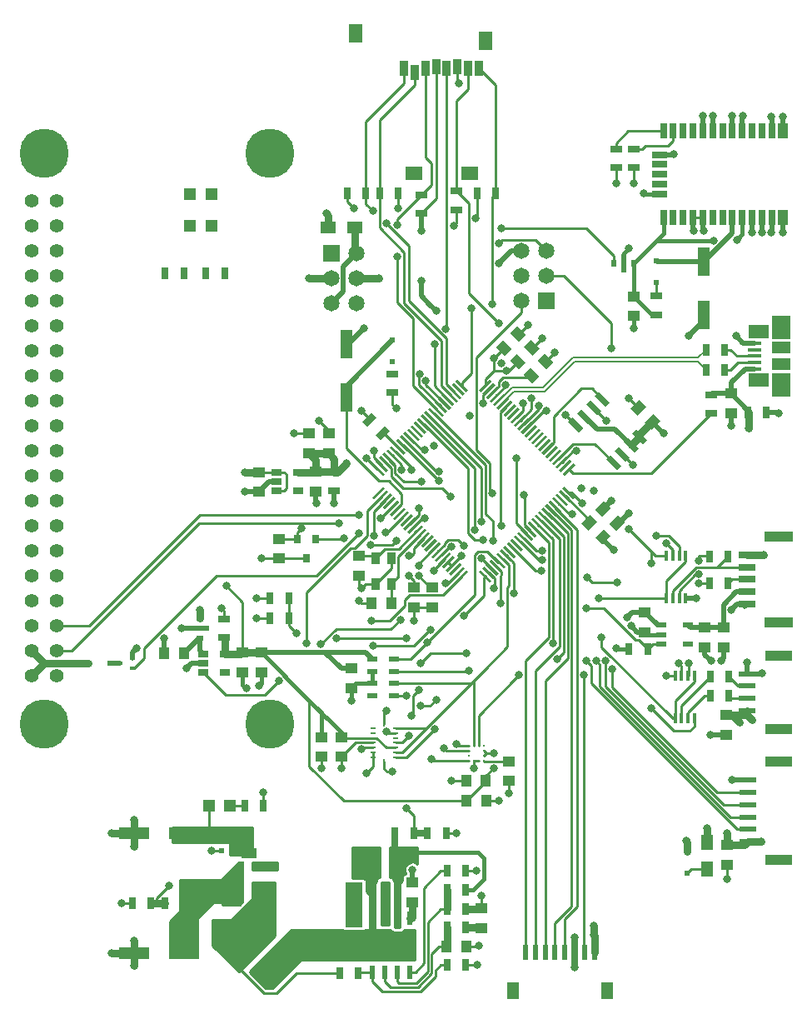
<source format=gbr>
G04 #@! TF.GenerationSoftware,KiCad,Pcbnew,(5.1.5)-3*
G04 #@! TF.CreationDate,2020-10-19T10:12:20-04:00*
G04 #@! TF.ProjectId,flight_computer,666c6967-6874-45f6-936f-6d7075746572,rev?*
G04 #@! TF.SameCoordinates,Original*
G04 #@! TF.FileFunction,Copper,L1,Top*
G04 #@! TF.FilePolarity,Positive*
%FSLAX46Y46*%
G04 Gerber Fmt 4.6, Leading zero omitted, Abs format (unit mm)*
G04 Created by KiCad (PCBNEW (5.1.5)-3) date 2020-10-19 10:12:20*
%MOMM*%
%LPD*%
G04 APERTURE LIST*
%ADD10R,1.500000X0.700000*%
%ADD11R,0.700000X1.500000*%
%ADD12R,1.000000X1.500000*%
%ADD13R,1.219200X2.997200*%
%ADD14C,0.100000*%
%ADD15C,5.000000*%
%ADD16C,1.397000*%
%ADD17R,0.400000X0.500000*%
%ADD18R,1.600000X1.000000*%
%ADD19R,4.900001X2.949999*%
%ADD20R,0.599999X1.450000*%
%ADD21R,0.800000X0.900000*%
%ADD22R,1.380000X0.450000*%
%ADD23R,2.100000X1.475000*%
%ADD24R,1.900000X2.375000*%
%ADD25R,1.900000X1.175000*%
%ADD26R,1.800000X4.600000*%
%ADD27R,1.250000X1.000000*%
%ADD28R,1.000000X1.250000*%
%ADD29R,3.098800X1.219200*%
%ADD30R,0.500000X0.500000*%
%ADD31R,0.600000X0.500000*%
%ADD32R,2.030000X2.650000*%
%ADD33R,1.300000X1.500000*%
%ADD34R,1.500000X1.300000*%
%ADD35R,0.800000X0.600000*%
%ADD36R,1.900000X0.600000*%
%ADD37R,0.600000X0.800000*%
%ADD38R,0.600000X1.900000*%
%ADD39R,1.200000X1.800000*%
%ADD40R,0.600000X1.550000*%
%ADD41R,1.700000X0.600000*%
%ADD42R,2.700000X1.000000*%
%ADD43R,1.803400X0.660400*%
%ADD44R,2.879999X1.092200*%
%ADD45R,1.651000X1.651000*%
%ADD46C,1.651000*%
%ADD47R,0.700000X1.300000*%
%ADD48R,1.300000X0.700000*%
%ADD49R,0.400000X1.100000*%
%ADD50R,1.005599X0.500000*%
%ADD51R,1.060000X0.650000*%
%ADD52R,0.254000X0.482600*%
%ADD53R,0.482600X0.254000*%
%ADD54R,0.275000X0.250000*%
%ADD55R,1.092200X0.609600*%
%ADD56R,0.838200X1.295400*%
%ADD57R,0.508000X0.355600*%
%ADD58R,0.812800X1.498600*%
%ADD59R,1.397000X1.905000*%
%ADD60R,1.803400X1.397000*%
%ADD61R,1.200000X1.200000*%
%ADD62C,0.800000*%
%ADD63C,0.254000*%
%ADD64C,0.762000*%
%ADD65C,0.635000*%
%ADD66C,0.508000*%
%ADD67C,0.381000*%
%ADD68C,0.200000*%
G04 APERTURE END LIST*
D10*
X145640840Y-76278020D03*
X145640840Y-75278020D03*
X145640840Y-77278020D03*
X145640840Y-78278020D03*
X145640840Y-74278020D03*
D11*
X146040840Y-80678020D03*
X147040840Y-80678020D03*
X148040840Y-80678020D03*
X149040840Y-80678020D03*
X150040840Y-80678020D03*
X151040840Y-80678020D03*
X152040840Y-80678020D03*
X153040840Y-80678020D03*
X154040840Y-80678020D03*
X155040840Y-80678020D03*
X156040840Y-80678020D03*
X157040840Y-80678020D03*
X146040840Y-71878020D03*
X147040840Y-71878020D03*
X148040840Y-71878020D03*
X149040840Y-71878020D03*
X150040840Y-71878020D03*
X151040840Y-71878020D03*
X152040840Y-71878020D03*
X153040840Y-71878020D03*
X154040840Y-71878020D03*
X155040840Y-71878020D03*
X156040840Y-71878020D03*
X157040840Y-71878020D03*
D12*
X158190840Y-71878020D03*
X158190840Y-80678020D03*
D13*
X150114000Y-85178900D03*
X150114000Y-90589100D03*
G04 #@! TA.AperFunction,SMDPad,CuDef*
D14*
G36*
X128386487Y-117765759D02*
G01*
X127283401Y-116662673D01*
X127481391Y-116464683D01*
X128584477Y-117567769D01*
X128386487Y-117765759D01*
G37*
G04 #@! TD.AperFunction*
G04 #@! TA.AperFunction,SMDPad,CuDef*
G36*
X128740041Y-117412205D02*
G01*
X127636955Y-116309119D01*
X127834945Y-116111129D01*
X128938031Y-117214215D01*
X128740041Y-117412205D01*
G37*
G04 #@! TD.AperFunction*
G04 #@! TA.AperFunction,SMDPad,CuDef*
G36*
X129093594Y-117058652D02*
G01*
X127990508Y-115955566D01*
X128188498Y-115757576D01*
X129291584Y-116860662D01*
X129093594Y-117058652D01*
G37*
G04 #@! TD.AperFunction*
G04 #@! TA.AperFunction,SMDPad,CuDef*
G36*
X129447148Y-116705099D02*
G01*
X128344062Y-115602013D01*
X128542052Y-115404023D01*
X129645138Y-116507109D01*
X129447148Y-116705099D01*
G37*
G04 #@! TD.AperFunction*
G04 #@! TA.AperFunction,SMDPad,CuDef*
G36*
X129800701Y-116351545D02*
G01*
X128697615Y-115248459D01*
X128895605Y-115050469D01*
X129998691Y-116153555D01*
X129800701Y-116351545D01*
G37*
G04 #@! TD.AperFunction*
G04 #@! TA.AperFunction,SMDPad,CuDef*
G36*
X130154254Y-115997992D02*
G01*
X129051168Y-114894906D01*
X129249158Y-114696916D01*
X130352244Y-115800002D01*
X130154254Y-115997992D01*
G37*
G04 #@! TD.AperFunction*
G04 #@! TA.AperFunction,SMDPad,CuDef*
G36*
X130507808Y-115644438D02*
G01*
X129404722Y-114541352D01*
X129602712Y-114343362D01*
X130705798Y-115446448D01*
X130507808Y-115644438D01*
G37*
G04 #@! TD.AperFunction*
G04 #@! TA.AperFunction,SMDPad,CuDef*
G36*
X130861361Y-115290885D02*
G01*
X129758275Y-114187799D01*
X129956265Y-113989809D01*
X131059351Y-115092895D01*
X130861361Y-115290885D01*
G37*
G04 #@! TD.AperFunction*
G04 #@! TA.AperFunction,SMDPad,CuDef*
G36*
X131214915Y-114937332D02*
G01*
X130111829Y-113834246D01*
X130309819Y-113636256D01*
X131412905Y-114739342D01*
X131214915Y-114937332D01*
G37*
G04 #@! TD.AperFunction*
G04 #@! TA.AperFunction,SMDPad,CuDef*
G36*
X131568468Y-114583778D02*
G01*
X130465382Y-113480692D01*
X130663372Y-113282702D01*
X131766458Y-114385788D01*
X131568468Y-114583778D01*
G37*
G04 #@! TD.AperFunction*
G04 #@! TA.AperFunction,SMDPad,CuDef*
G36*
X131922021Y-114230225D02*
G01*
X130818935Y-113127139D01*
X131016925Y-112929149D01*
X132120011Y-114032235D01*
X131922021Y-114230225D01*
G37*
G04 #@! TD.AperFunction*
G04 #@! TA.AperFunction,SMDPad,CuDef*
G36*
X132275575Y-113876671D02*
G01*
X131172489Y-112773585D01*
X131370479Y-112575595D01*
X132473565Y-113678681D01*
X132275575Y-113876671D01*
G37*
G04 #@! TD.AperFunction*
G04 #@! TA.AperFunction,SMDPad,CuDef*
G36*
X132629128Y-113523118D02*
G01*
X131526042Y-112420032D01*
X131724032Y-112222042D01*
X132827118Y-113325128D01*
X132629128Y-113523118D01*
G37*
G04 #@! TD.AperFunction*
G04 #@! TA.AperFunction,SMDPad,CuDef*
G36*
X132982681Y-113169565D02*
G01*
X131879595Y-112066479D01*
X132077585Y-111868489D01*
X133180671Y-112971575D01*
X132982681Y-113169565D01*
G37*
G04 #@! TD.AperFunction*
G04 #@! TA.AperFunction,SMDPad,CuDef*
G36*
X133336235Y-112816011D02*
G01*
X132233149Y-111712925D01*
X132431139Y-111514935D01*
X133534225Y-112618021D01*
X133336235Y-112816011D01*
G37*
G04 #@! TD.AperFunction*
G04 #@! TA.AperFunction,SMDPad,CuDef*
G36*
X133689788Y-112462458D02*
G01*
X132586702Y-111359372D01*
X132784692Y-111161382D01*
X133887778Y-112264468D01*
X133689788Y-112462458D01*
G37*
G04 #@! TD.AperFunction*
G04 #@! TA.AperFunction,SMDPad,CuDef*
G36*
X134043342Y-112108905D02*
G01*
X132940256Y-111005819D01*
X133138246Y-110807829D01*
X134241332Y-111910915D01*
X134043342Y-112108905D01*
G37*
G04 #@! TD.AperFunction*
G04 #@! TA.AperFunction,SMDPad,CuDef*
G36*
X134396895Y-111755351D02*
G01*
X133293809Y-110652265D01*
X133491799Y-110454275D01*
X134594885Y-111557361D01*
X134396895Y-111755351D01*
G37*
G04 #@! TD.AperFunction*
G04 #@! TA.AperFunction,SMDPad,CuDef*
G36*
X134750448Y-111401798D02*
G01*
X133647362Y-110298712D01*
X133845352Y-110100722D01*
X134948438Y-111203808D01*
X134750448Y-111401798D01*
G37*
G04 #@! TD.AperFunction*
G04 #@! TA.AperFunction,SMDPad,CuDef*
G36*
X135104002Y-111048244D02*
G01*
X134000916Y-109945158D01*
X134198906Y-109747168D01*
X135301992Y-110850254D01*
X135104002Y-111048244D01*
G37*
G04 #@! TD.AperFunction*
G04 #@! TA.AperFunction,SMDPad,CuDef*
G36*
X135457555Y-110694691D02*
G01*
X134354469Y-109591605D01*
X134552459Y-109393615D01*
X135655545Y-110496701D01*
X135457555Y-110694691D01*
G37*
G04 #@! TD.AperFunction*
G04 #@! TA.AperFunction,SMDPad,CuDef*
G36*
X135811109Y-110341138D02*
G01*
X134708023Y-109238052D01*
X134906013Y-109040062D01*
X136009099Y-110143148D01*
X135811109Y-110341138D01*
G37*
G04 #@! TD.AperFunction*
G04 #@! TA.AperFunction,SMDPad,CuDef*
G36*
X136164662Y-109987584D02*
G01*
X135061576Y-108884498D01*
X135259566Y-108686508D01*
X136362652Y-109789594D01*
X136164662Y-109987584D01*
G37*
G04 #@! TD.AperFunction*
G04 #@! TA.AperFunction,SMDPad,CuDef*
G36*
X136518215Y-109634031D02*
G01*
X135415129Y-108530945D01*
X135613119Y-108332955D01*
X136716205Y-109436041D01*
X136518215Y-109634031D01*
G37*
G04 #@! TD.AperFunction*
G04 #@! TA.AperFunction,SMDPad,CuDef*
G36*
X136871769Y-109280477D02*
G01*
X135768683Y-108177391D01*
X135966673Y-107979401D01*
X137069759Y-109082487D01*
X136871769Y-109280477D01*
G37*
G04 #@! TD.AperFunction*
G04 #@! TA.AperFunction,SMDPad,CuDef*
G36*
X126010609Y-98419317D02*
G01*
X124907523Y-97316231D01*
X125105513Y-97118241D01*
X126208599Y-98221327D01*
X126010609Y-98419317D01*
G37*
G04 #@! TD.AperFunction*
G04 #@! TA.AperFunction,SMDPad,CuDef*
G36*
X125657055Y-98772871D02*
G01*
X124553969Y-97669785D01*
X124751959Y-97471795D01*
X125855045Y-98574881D01*
X125657055Y-98772871D01*
G37*
G04 #@! TD.AperFunction*
G04 #@! TA.AperFunction,SMDPad,CuDef*
G36*
X125303502Y-99126424D02*
G01*
X124200416Y-98023338D01*
X124398406Y-97825348D01*
X125501492Y-98928434D01*
X125303502Y-99126424D01*
G37*
G04 #@! TD.AperFunction*
G04 #@! TA.AperFunction,SMDPad,CuDef*
G36*
X124949948Y-99479977D02*
G01*
X123846862Y-98376891D01*
X124044852Y-98178901D01*
X125147938Y-99281987D01*
X124949948Y-99479977D01*
G37*
G04 #@! TD.AperFunction*
G04 #@! TA.AperFunction,SMDPad,CuDef*
G36*
X124596395Y-99833531D02*
G01*
X123493309Y-98730445D01*
X123691299Y-98532455D01*
X124794385Y-99635541D01*
X124596395Y-99833531D01*
G37*
G04 #@! TD.AperFunction*
G04 #@! TA.AperFunction,SMDPad,CuDef*
G36*
X124242842Y-100187084D02*
G01*
X123139756Y-99083998D01*
X123337746Y-98886008D01*
X124440832Y-99989094D01*
X124242842Y-100187084D01*
G37*
G04 #@! TD.AperFunction*
G04 #@! TA.AperFunction,SMDPad,CuDef*
G36*
X123889288Y-100540638D02*
G01*
X122786202Y-99437552D01*
X122984192Y-99239562D01*
X124087278Y-100342648D01*
X123889288Y-100540638D01*
G37*
G04 #@! TD.AperFunction*
G04 #@! TA.AperFunction,SMDPad,CuDef*
G36*
X123535735Y-100894191D02*
G01*
X122432649Y-99791105D01*
X122630639Y-99593115D01*
X123733725Y-100696201D01*
X123535735Y-100894191D01*
G37*
G04 #@! TD.AperFunction*
G04 #@! TA.AperFunction,SMDPad,CuDef*
G36*
X123182181Y-101247744D02*
G01*
X122079095Y-100144658D01*
X122277085Y-99946668D01*
X123380171Y-101049754D01*
X123182181Y-101247744D01*
G37*
G04 #@! TD.AperFunction*
G04 #@! TA.AperFunction,SMDPad,CuDef*
G36*
X122828628Y-101601298D02*
G01*
X121725542Y-100498212D01*
X121923532Y-100300222D01*
X123026618Y-101403308D01*
X122828628Y-101601298D01*
G37*
G04 #@! TD.AperFunction*
G04 #@! TA.AperFunction,SMDPad,CuDef*
G36*
X122475075Y-101954851D02*
G01*
X121371989Y-100851765D01*
X121569979Y-100653775D01*
X122673065Y-101756861D01*
X122475075Y-101954851D01*
G37*
G04 #@! TD.AperFunction*
G04 #@! TA.AperFunction,SMDPad,CuDef*
G36*
X122121521Y-102308405D02*
G01*
X121018435Y-101205319D01*
X121216425Y-101007329D01*
X122319511Y-102110415D01*
X122121521Y-102308405D01*
G37*
G04 #@! TD.AperFunction*
G04 #@! TA.AperFunction,SMDPad,CuDef*
G36*
X121767968Y-102661958D02*
G01*
X120664882Y-101558872D01*
X120862872Y-101360882D01*
X121965958Y-102463968D01*
X121767968Y-102661958D01*
G37*
G04 #@! TD.AperFunction*
G04 #@! TA.AperFunction,SMDPad,CuDef*
G36*
X121414415Y-103015511D02*
G01*
X120311329Y-101912425D01*
X120509319Y-101714435D01*
X121612405Y-102817521D01*
X121414415Y-103015511D01*
G37*
G04 #@! TD.AperFunction*
G04 #@! TA.AperFunction,SMDPad,CuDef*
G36*
X121060861Y-103369065D02*
G01*
X119957775Y-102265979D01*
X120155765Y-102067989D01*
X121258851Y-103171075D01*
X121060861Y-103369065D01*
G37*
G04 #@! TD.AperFunction*
G04 #@! TA.AperFunction,SMDPad,CuDef*
G36*
X120707308Y-103722618D02*
G01*
X119604222Y-102619532D01*
X119802212Y-102421542D01*
X120905298Y-103524628D01*
X120707308Y-103722618D01*
G37*
G04 #@! TD.AperFunction*
G04 #@! TA.AperFunction,SMDPad,CuDef*
G36*
X120353754Y-104076171D02*
G01*
X119250668Y-102973085D01*
X119448658Y-102775095D01*
X120551744Y-103878181D01*
X120353754Y-104076171D01*
G37*
G04 #@! TD.AperFunction*
G04 #@! TA.AperFunction,SMDPad,CuDef*
G36*
X120000201Y-104429725D02*
G01*
X118897115Y-103326639D01*
X119095105Y-103128649D01*
X120198191Y-104231735D01*
X120000201Y-104429725D01*
G37*
G04 #@! TD.AperFunction*
G04 #@! TA.AperFunction,SMDPad,CuDef*
G36*
X119646648Y-104783278D02*
G01*
X118543562Y-103680192D01*
X118741552Y-103482202D01*
X119844638Y-104585288D01*
X119646648Y-104783278D01*
G37*
G04 #@! TD.AperFunction*
G04 #@! TA.AperFunction,SMDPad,CuDef*
G36*
X119293094Y-105136832D02*
G01*
X118190008Y-104033746D01*
X118387998Y-103835756D01*
X119491084Y-104938842D01*
X119293094Y-105136832D01*
G37*
G04 #@! TD.AperFunction*
G04 #@! TA.AperFunction,SMDPad,CuDef*
G36*
X118939541Y-105490385D02*
G01*
X117836455Y-104387299D01*
X118034445Y-104189309D01*
X119137531Y-105292395D01*
X118939541Y-105490385D01*
G37*
G04 #@! TD.AperFunction*
G04 #@! TA.AperFunction,SMDPad,CuDef*
G36*
X118585987Y-105843938D02*
G01*
X117482901Y-104740852D01*
X117680891Y-104542862D01*
X118783977Y-105645948D01*
X118585987Y-105843938D01*
G37*
G04 #@! TD.AperFunction*
G04 #@! TA.AperFunction,SMDPad,CuDef*
G36*
X118232434Y-106197492D02*
G01*
X117129348Y-105094406D01*
X117327338Y-104896416D01*
X118430424Y-105999502D01*
X118232434Y-106197492D01*
G37*
G04 #@! TD.AperFunction*
G04 #@! TA.AperFunction,SMDPad,CuDef*
G36*
X117878881Y-106551045D02*
G01*
X116775795Y-105447959D01*
X116973785Y-105249969D01*
X118076871Y-106353055D01*
X117878881Y-106551045D01*
G37*
G04 #@! TD.AperFunction*
G04 #@! TA.AperFunction,SMDPad,CuDef*
G36*
X117525327Y-106904599D02*
G01*
X116422241Y-105801513D01*
X116620231Y-105603523D01*
X117723317Y-106706609D01*
X117525327Y-106904599D01*
G37*
G04 #@! TD.AperFunction*
G04 #@! TA.AperFunction,SMDPad,CuDef*
G36*
X116620231Y-109280477D02*
G01*
X116422241Y-109082487D01*
X117525327Y-107979401D01*
X117723317Y-108177391D01*
X116620231Y-109280477D01*
G37*
G04 #@! TD.AperFunction*
G04 #@! TA.AperFunction,SMDPad,CuDef*
G36*
X116973785Y-109634031D02*
G01*
X116775795Y-109436041D01*
X117878881Y-108332955D01*
X118076871Y-108530945D01*
X116973785Y-109634031D01*
G37*
G04 #@! TD.AperFunction*
G04 #@! TA.AperFunction,SMDPad,CuDef*
G36*
X117327338Y-109987584D02*
G01*
X117129348Y-109789594D01*
X118232434Y-108686508D01*
X118430424Y-108884498D01*
X117327338Y-109987584D01*
G37*
G04 #@! TD.AperFunction*
G04 #@! TA.AperFunction,SMDPad,CuDef*
G36*
X117680891Y-110341138D02*
G01*
X117482901Y-110143148D01*
X118585987Y-109040062D01*
X118783977Y-109238052D01*
X117680891Y-110341138D01*
G37*
G04 #@! TD.AperFunction*
G04 #@! TA.AperFunction,SMDPad,CuDef*
G36*
X118034445Y-110694691D02*
G01*
X117836455Y-110496701D01*
X118939541Y-109393615D01*
X119137531Y-109591605D01*
X118034445Y-110694691D01*
G37*
G04 #@! TD.AperFunction*
G04 #@! TA.AperFunction,SMDPad,CuDef*
G36*
X118387998Y-111048244D02*
G01*
X118190008Y-110850254D01*
X119293094Y-109747168D01*
X119491084Y-109945158D01*
X118387998Y-111048244D01*
G37*
G04 #@! TD.AperFunction*
G04 #@! TA.AperFunction,SMDPad,CuDef*
G36*
X118741552Y-111401798D02*
G01*
X118543562Y-111203808D01*
X119646648Y-110100722D01*
X119844638Y-110298712D01*
X118741552Y-111401798D01*
G37*
G04 #@! TD.AperFunction*
G04 #@! TA.AperFunction,SMDPad,CuDef*
G36*
X119095105Y-111755351D02*
G01*
X118897115Y-111557361D01*
X120000201Y-110454275D01*
X120198191Y-110652265D01*
X119095105Y-111755351D01*
G37*
G04 #@! TD.AperFunction*
G04 #@! TA.AperFunction,SMDPad,CuDef*
G36*
X119448658Y-112108905D02*
G01*
X119250668Y-111910915D01*
X120353754Y-110807829D01*
X120551744Y-111005819D01*
X119448658Y-112108905D01*
G37*
G04 #@! TD.AperFunction*
G04 #@! TA.AperFunction,SMDPad,CuDef*
G36*
X119802212Y-112462458D02*
G01*
X119604222Y-112264468D01*
X120707308Y-111161382D01*
X120905298Y-111359372D01*
X119802212Y-112462458D01*
G37*
G04 #@! TD.AperFunction*
G04 #@! TA.AperFunction,SMDPad,CuDef*
G36*
X120155765Y-112816011D02*
G01*
X119957775Y-112618021D01*
X121060861Y-111514935D01*
X121258851Y-111712925D01*
X120155765Y-112816011D01*
G37*
G04 #@! TD.AperFunction*
G04 #@! TA.AperFunction,SMDPad,CuDef*
G36*
X120509319Y-113169565D02*
G01*
X120311329Y-112971575D01*
X121414415Y-111868489D01*
X121612405Y-112066479D01*
X120509319Y-113169565D01*
G37*
G04 #@! TD.AperFunction*
G04 #@! TA.AperFunction,SMDPad,CuDef*
G36*
X120862872Y-113523118D02*
G01*
X120664882Y-113325128D01*
X121767968Y-112222042D01*
X121965958Y-112420032D01*
X120862872Y-113523118D01*
G37*
G04 #@! TD.AperFunction*
G04 #@! TA.AperFunction,SMDPad,CuDef*
G36*
X121216425Y-113876671D02*
G01*
X121018435Y-113678681D01*
X122121521Y-112575595D01*
X122319511Y-112773585D01*
X121216425Y-113876671D01*
G37*
G04 #@! TD.AperFunction*
G04 #@! TA.AperFunction,SMDPad,CuDef*
G36*
X121569979Y-114230225D02*
G01*
X121371989Y-114032235D01*
X122475075Y-112929149D01*
X122673065Y-113127139D01*
X121569979Y-114230225D01*
G37*
G04 #@! TD.AperFunction*
G04 #@! TA.AperFunction,SMDPad,CuDef*
G36*
X121923532Y-114583778D02*
G01*
X121725542Y-114385788D01*
X122828628Y-113282702D01*
X123026618Y-113480692D01*
X121923532Y-114583778D01*
G37*
G04 #@! TD.AperFunction*
G04 #@! TA.AperFunction,SMDPad,CuDef*
G36*
X122277085Y-114937332D02*
G01*
X122079095Y-114739342D01*
X123182181Y-113636256D01*
X123380171Y-113834246D01*
X122277085Y-114937332D01*
G37*
G04 #@! TD.AperFunction*
G04 #@! TA.AperFunction,SMDPad,CuDef*
G36*
X122630639Y-115290885D02*
G01*
X122432649Y-115092895D01*
X123535735Y-113989809D01*
X123733725Y-114187799D01*
X122630639Y-115290885D01*
G37*
G04 #@! TD.AperFunction*
G04 #@! TA.AperFunction,SMDPad,CuDef*
G36*
X122984192Y-115644438D02*
G01*
X122786202Y-115446448D01*
X123889288Y-114343362D01*
X124087278Y-114541352D01*
X122984192Y-115644438D01*
G37*
G04 #@! TD.AperFunction*
G04 #@! TA.AperFunction,SMDPad,CuDef*
G36*
X123337746Y-115997992D02*
G01*
X123139756Y-115800002D01*
X124242842Y-114696916D01*
X124440832Y-114894906D01*
X123337746Y-115997992D01*
G37*
G04 #@! TD.AperFunction*
G04 #@! TA.AperFunction,SMDPad,CuDef*
G36*
X123691299Y-116351545D02*
G01*
X123493309Y-116153555D01*
X124596395Y-115050469D01*
X124794385Y-115248459D01*
X123691299Y-116351545D01*
G37*
G04 #@! TD.AperFunction*
G04 #@! TA.AperFunction,SMDPad,CuDef*
G36*
X124044852Y-116705099D02*
G01*
X123846862Y-116507109D01*
X124949948Y-115404023D01*
X125147938Y-115602013D01*
X124044852Y-116705099D01*
G37*
G04 #@! TD.AperFunction*
G04 #@! TA.AperFunction,SMDPad,CuDef*
G36*
X124398406Y-117058652D02*
G01*
X124200416Y-116860662D01*
X125303502Y-115757576D01*
X125501492Y-115955566D01*
X124398406Y-117058652D01*
G37*
G04 #@! TD.AperFunction*
G04 #@! TA.AperFunction,SMDPad,CuDef*
G36*
X124751959Y-117412205D02*
G01*
X124553969Y-117214215D01*
X125657055Y-116111129D01*
X125855045Y-116309119D01*
X124751959Y-117412205D01*
G37*
G04 #@! TD.AperFunction*
G04 #@! TA.AperFunction,SMDPad,CuDef*
G36*
X125105513Y-117765759D02*
G01*
X124907523Y-117567769D01*
X126010609Y-116464683D01*
X126208599Y-116662673D01*
X125105513Y-117765759D01*
G37*
G04 #@! TD.AperFunction*
G04 #@! TA.AperFunction,SMDPad,CuDef*
G36*
X135966673Y-106904599D02*
G01*
X135768683Y-106706609D01*
X136871769Y-105603523D01*
X137069759Y-105801513D01*
X135966673Y-106904599D01*
G37*
G04 #@! TD.AperFunction*
G04 #@! TA.AperFunction,SMDPad,CuDef*
G36*
X135613119Y-106551045D02*
G01*
X135415129Y-106353055D01*
X136518215Y-105249969D01*
X136716205Y-105447959D01*
X135613119Y-106551045D01*
G37*
G04 #@! TD.AperFunction*
G04 #@! TA.AperFunction,SMDPad,CuDef*
G36*
X135259566Y-106197492D02*
G01*
X135061576Y-105999502D01*
X136164662Y-104896416D01*
X136362652Y-105094406D01*
X135259566Y-106197492D01*
G37*
G04 #@! TD.AperFunction*
G04 #@! TA.AperFunction,SMDPad,CuDef*
G36*
X134906013Y-105843938D02*
G01*
X134708023Y-105645948D01*
X135811109Y-104542862D01*
X136009099Y-104740852D01*
X134906013Y-105843938D01*
G37*
G04 #@! TD.AperFunction*
G04 #@! TA.AperFunction,SMDPad,CuDef*
G36*
X134552459Y-105490385D02*
G01*
X134354469Y-105292395D01*
X135457555Y-104189309D01*
X135655545Y-104387299D01*
X134552459Y-105490385D01*
G37*
G04 #@! TD.AperFunction*
G04 #@! TA.AperFunction,SMDPad,CuDef*
G36*
X134198906Y-105136832D02*
G01*
X134000916Y-104938842D01*
X135104002Y-103835756D01*
X135301992Y-104033746D01*
X134198906Y-105136832D01*
G37*
G04 #@! TD.AperFunction*
G04 #@! TA.AperFunction,SMDPad,CuDef*
G36*
X133845352Y-104783278D02*
G01*
X133647362Y-104585288D01*
X134750448Y-103482202D01*
X134948438Y-103680192D01*
X133845352Y-104783278D01*
G37*
G04 #@! TD.AperFunction*
G04 #@! TA.AperFunction,SMDPad,CuDef*
G36*
X133491799Y-104429725D02*
G01*
X133293809Y-104231735D01*
X134396895Y-103128649D01*
X134594885Y-103326639D01*
X133491799Y-104429725D01*
G37*
G04 #@! TD.AperFunction*
G04 #@! TA.AperFunction,SMDPad,CuDef*
G36*
X133138246Y-104076171D02*
G01*
X132940256Y-103878181D01*
X134043342Y-102775095D01*
X134241332Y-102973085D01*
X133138246Y-104076171D01*
G37*
G04 #@! TD.AperFunction*
G04 #@! TA.AperFunction,SMDPad,CuDef*
G36*
X132784692Y-103722618D02*
G01*
X132586702Y-103524628D01*
X133689788Y-102421542D01*
X133887778Y-102619532D01*
X132784692Y-103722618D01*
G37*
G04 #@! TD.AperFunction*
G04 #@! TA.AperFunction,SMDPad,CuDef*
G36*
X132431139Y-103369065D02*
G01*
X132233149Y-103171075D01*
X133336235Y-102067989D01*
X133534225Y-102265979D01*
X132431139Y-103369065D01*
G37*
G04 #@! TD.AperFunction*
G04 #@! TA.AperFunction,SMDPad,CuDef*
G36*
X132077585Y-103015511D02*
G01*
X131879595Y-102817521D01*
X132982681Y-101714435D01*
X133180671Y-101912425D01*
X132077585Y-103015511D01*
G37*
G04 #@! TD.AperFunction*
G04 #@! TA.AperFunction,SMDPad,CuDef*
G36*
X131724032Y-102661958D02*
G01*
X131526042Y-102463968D01*
X132629128Y-101360882D01*
X132827118Y-101558872D01*
X131724032Y-102661958D01*
G37*
G04 #@! TD.AperFunction*
G04 #@! TA.AperFunction,SMDPad,CuDef*
G36*
X131370479Y-102308405D02*
G01*
X131172489Y-102110415D01*
X132275575Y-101007329D01*
X132473565Y-101205319D01*
X131370479Y-102308405D01*
G37*
G04 #@! TD.AperFunction*
G04 #@! TA.AperFunction,SMDPad,CuDef*
G36*
X131016925Y-101954851D02*
G01*
X130818935Y-101756861D01*
X131922021Y-100653775D01*
X132120011Y-100851765D01*
X131016925Y-101954851D01*
G37*
G04 #@! TD.AperFunction*
G04 #@! TA.AperFunction,SMDPad,CuDef*
G36*
X130663372Y-101601298D02*
G01*
X130465382Y-101403308D01*
X131568468Y-100300222D01*
X131766458Y-100498212D01*
X130663372Y-101601298D01*
G37*
G04 #@! TD.AperFunction*
G04 #@! TA.AperFunction,SMDPad,CuDef*
G36*
X130309819Y-101247744D02*
G01*
X130111829Y-101049754D01*
X131214915Y-99946668D01*
X131412905Y-100144658D01*
X130309819Y-101247744D01*
G37*
G04 #@! TD.AperFunction*
G04 #@! TA.AperFunction,SMDPad,CuDef*
G36*
X129956265Y-100894191D02*
G01*
X129758275Y-100696201D01*
X130861361Y-99593115D01*
X131059351Y-99791105D01*
X129956265Y-100894191D01*
G37*
G04 #@! TD.AperFunction*
G04 #@! TA.AperFunction,SMDPad,CuDef*
G36*
X129602712Y-100540638D02*
G01*
X129404722Y-100342648D01*
X130507808Y-99239562D01*
X130705798Y-99437552D01*
X129602712Y-100540638D01*
G37*
G04 #@! TD.AperFunction*
G04 #@! TA.AperFunction,SMDPad,CuDef*
G36*
X129249158Y-100187084D02*
G01*
X129051168Y-99989094D01*
X130154254Y-98886008D01*
X130352244Y-99083998D01*
X129249158Y-100187084D01*
G37*
G04 #@! TD.AperFunction*
G04 #@! TA.AperFunction,SMDPad,CuDef*
G36*
X128895605Y-99833531D02*
G01*
X128697615Y-99635541D01*
X129800701Y-98532455D01*
X129998691Y-98730445D01*
X128895605Y-99833531D01*
G37*
G04 #@! TD.AperFunction*
G04 #@! TA.AperFunction,SMDPad,CuDef*
G36*
X128542052Y-99479977D02*
G01*
X128344062Y-99281987D01*
X129447148Y-98178901D01*
X129645138Y-98376891D01*
X128542052Y-99479977D01*
G37*
G04 #@! TD.AperFunction*
G04 #@! TA.AperFunction,SMDPad,CuDef*
G36*
X128188498Y-99126424D02*
G01*
X127990508Y-98928434D01*
X129093594Y-97825348D01*
X129291584Y-98023338D01*
X128188498Y-99126424D01*
G37*
G04 #@! TD.AperFunction*
G04 #@! TA.AperFunction,SMDPad,CuDef*
G36*
X127834945Y-98772871D02*
G01*
X127636955Y-98574881D01*
X128740041Y-97471795D01*
X128938031Y-97669785D01*
X127834945Y-98772871D01*
G37*
G04 #@! TD.AperFunction*
G04 #@! TA.AperFunction,SMDPad,CuDef*
G36*
X127481391Y-98419317D02*
G01*
X127283401Y-98221327D01*
X128386487Y-97118241D01*
X128584477Y-97316231D01*
X127481391Y-98419317D01*
G37*
G04 #@! TD.AperFunction*
D15*
X106058000Y-74124000D03*
X106058000Y-132124000D03*
X83058000Y-74124000D03*
X83058000Y-132124000D03*
D16*
X84328000Y-78994000D03*
X81788000Y-78994000D03*
X84328000Y-81534000D03*
X81788000Y-81534000D03*
X84328000Y-84074000D03*
X81788000Y-84074000D03*
X84328000Y-86614000D03*
X81788000Y-86614000D03*
X84328000Y-89154000D03*
X81788000Y-89154000D03*
X84328000Y-91694000D03*
X81788000Y-91694000D03*
X84328000Y-94234000D03*
X81788000Y-94234000D03*
X84328000Y-96774000D03*
X81788000Y-96774000D03*
X84328000Y-99314000D03*
X81788000Y-99314000D03*
X84328000Y-101854000D03*
X81788000Y-101854000D03*
X84328000Y-104394000D03*
X81788000Y-104394000D03*
X84328000Y-106934000D03*
X81788000Y-106934000D03*
X84328000Y-109474000D03*
X81788000Y-109474000D03*
X84328000Y-112014000D03*
X81788000Y-112014000D03*
X84328000Y-114554000D03*
X81788000Y-114554000D03*
X84328000Y-117094000D03*
X81788000Y-117094000D03*
X84328000Y-119634000D03*
X81788000Y-119634000D03*
X84328000Y-122174000D03*
X81788000Y-122174000D03*
X84328000Y-124714000D03*
X81788000Y-124714000D03*
X84328000Y-127254000D03*
X81788000Y-127254000D03*
D17*
X103886000Y-144729200D03*
X103236000Y-146342000D03*
X104536000Y-146342000D03*
D18*
X103886000Y-145288000D03*
D19*
X118341140Y-154625040D03*
D20*
X120246140Y-157350038D03*
X118976140Y-157350038D03*
X117706140Y-157350038D03*
X116436140Y-157350038D03*
X116436140Y-151900039D03*
X117706140Y-151900039D03*
X118976140Y-151900039D03*
X120246140Y-151900039D03*
D21*
X110678000Y-113316000D03*
X108778000Y-113316000D03*
X109728000Y-115316000D03*
G04 #@! TA.AperFunction,SMDPad,CuDef*
D14*
G36*
X102709505Y-155790388D02*
G01*
X103593388Y-154906505D01*
X104300495Y-155613612D01*
X103416612Y-156497495D01*
X102709505Y-155790388D01*
G37*
G04 #@! TD.AperFunction*
G04 #@! TA.AperFunction,SMDPad,CuDef*
G36*
X104123719Y-157204602D02*
G01*
X105007602Y-156320719D01*
X105714709Y-157027826D01*
X104830826Y-157911709D01*
X104123719Y-157204602D01*
G37*
G04 #@! TD.AperFunction*
D22*
X155328000Y-96042000D03*
X155328000Y-95392000D03*
X155328000Y-94742000D03*
X155328000Y-94092000D03*
X155328000Y-93442000D03*
D23*
X155688000Y-97204500D03*
X155688000Y-92279500D03*
D24*
X157988000Y-97652000D03*
X157988000Y-91832000D03*
D25*
X157988000Y-95582000D03*
X157988000Y-93902000D03*
D13*
X113792000Y-98971100D03*
X113792000Y-93560900D03*
D26*
X105554000Y-150495000D03*
X114554000Y-150495000D03*
D27*
X152908000Y-98568000D03*
X152908000Y-100568000D03*
X115062000Y-115078000D03*
X115062000Y-117078000D03*
G04 #@! TA.AperFunction,SMDPad,CuDef*
D14*
G36*
X137689398Y-111776281D02*
G01*
X138573281Y-110892398D01*
X139280388Y-111599505D01*
X138396505Y-112483388D01*
X137689398Y-111776281D01*
G37*
G04 #@! TD.AperFunction*
G04 #@! TA.AperFunction,SMDPad,CuDef*
G36*
X139103612Y-113190495D02*
G01*
X139987495Y-112306612D01*
X140694602Y-113013719D01*
X139810719Y-113897602D01*
X139103612Y-113190495D01*
G37*
G04 #@! TD.AperFunction*
D28*
X116348000Y-119888000D03*
X118348000Y-119888000D03*
G04 #@! TA.AperFunction,SMDPad,CuDef*
D14*
G36*
X132731281Y-97514602D02*
G01*
X131847398Y-96630719D01*
X132554505Y-95923612D01*
X133438388Y-96807495D01*
X132731281Y-97514602D01*
G37*
G04 #@! TD.AperFunction*
G04 #@! TA.AperFunction,SMDPad,CuDef*
G36*
X134145495Y-96100388D02*
G01*
X133261612Y-95216505D01*
X133968719Y-94509398D01*
X134852602Y-95393281D01*
X134145495Y-96100388D01*
G37*
G04 #@! TD.AperFunction*
G04 #@! TA.AperFunction,SMDPad,CuDef*
G36*
X142699831Y-100098914D02*
G01*
X143583714Y-99215031D01*
X144290821Y-99922138D01*
X143406938Y-100806021D01*
X142699831Y-100098914D01*
G37*
G04 #@! TD.AperFunction*
G04 #@! TA.AperFunction,SMDPad,CuDef*
G36*
X144114045Y-101513128D02*
G01*
X144997928Y-100629245D01*
X145705035Y-101336352D01*
X144821152Y-102220235D01*
X144114045Y-101513128D01*
G37*
G04 #@! TD.AperFunction*
D27*
X122555000Y-120253000D03*
X122555000Y-118253000D03*
G04 #@! TA.AperFunction,SMDPad,CuDef*
D14*
G36*
X132571719Y-93112398D02*
G01*
X133455602Y-93996281D01*
X132748495Y-94703388D01*
X131864612Y-93819505D01*
X132571719Y-93112398D01*
G37*
G04 #@! TD.AperFunction*
G04 #@! TA.AperFunction,SMDPad,CuDef*
G36*
X131157505Y-94526612D02*
G01*
X132041388Y-95410495D01*
X131334281Y-96117602D01*
X130450398Y-95233719D01*
X131157505Y-94526612D01*
G37*
G04 #@! TD.AperFunction*
G04 #@! TA.AperFunction,SMDPad,CuDef*
G36*
X142091602Y-111616719D02*
G01*
X141207719Y-112500602D01*
X140500612Y-111793495D01*
X141384495Y-110909612D01*
X142091602Y-111616719D01*
G37*
G04 #@! TD.AperFunction*
G04 #@! TA.AperFunction,SMDPad,CuDef*
G36*
X140677388Y-110202505D02*
G01*
X139793505Y-111086388D01*
X139086398Y-110379281D01*
X139970281Y-109495398D01*
X140677388Y-110202505D01*
G37*
G04 #@! TD.AperFunction*
D27*
X112014000Y-102632000D03*
X112014000Y-104632000D03*
X109982000Y-102602280D03*
X109982000Y-104602280D03*
X106934000Y-115316000D03*
X106934000Y-113316000D03*
X120650000Y-120253000D03*
X120650000Y-118253000D03*
G04 #@! TA.AperFunction,SMDPad,CuDef*
D14*
G36*
X131174719Y-91715398D02*
G01*
X132058602Y-92599281D01*
X131351495Y-93306388D01*
X130467612Y-92422505D01*
X131174719Y-91715398D01*
G37*
G04 #@! TD.AperFunction*
G04 #@! TA.AperFunction,SMDPad,CuDef*
G36*
X129760505Y-93129612D02*
G01*
X130644388Y-94013495D01*
X129937281Y-94720602D01*
X129053398Y-93836719D01*
X129760505Y-93129612D01*
G37*
G04 #@! TD.AperFunction*
D27*
X152527000Y-144415000D03*
X152527000Y-146415000D03*
X152400000Y-131207000D03*
X152400000Y-133207000D03*
D28*
X116729000Y-145288000D03*
X118729000Y-145288000D03*
D29*
X97294700Y-155448000D03*
X92189300Y-155448000D03*
D28*
X118729000Y-147066000D03*
X116729000Y-147066000D03*
D27*
X127508000Y-152892000D03*
X127508000Y-150892000D03*
X120523000Y-148225000D03*
X120523000Y-150225000D03*
D28*
X123968000Y-154749500D03*
X125968000Y-154749500D03*
G04 #@! TA.AperFunction,SMDPad,CuDef*
D14*
G36*
X104034398Y-154448281D02*
G01*
X104918281Y-153564398D01*
X105625388Y-154271505D01*
X104741505Y-155155388D01*
X104034398Y-154448281D01*
G37*
G04 #@! TD.AperFunction*
G04 #@! TA.AperFunction,SMDPad,CuDef*
G36*
X105448612Y-155862495D02*
G01*
X106332495Y-154978612D01*
X107039602Y-155685719D01*
X106155719Y-156569602D01*
X105448612Y-155862495D01*
G37*
G04 #@! TD.AperFunction*
D29*
X97294700Y-143256000D03*
X92189300Y-143256000D03*
D27*
X144145000Y-120793000D03*
X144145000Y-122793000D03*
D28*
X97282000Y-124968000D03*
X95282000Y-124968000D03*
D27*
X104902000Y-106553000D03*
X104902000Y-108553000D03*
X152146000Y-122317000D03*
X152146000Y-124317000D03*
X105156000Y-124857000D03*
X105156000Y-126857000D03*
X150241000Y-122317000D03*
X150241000Y-124317000D03*
X103251000Y-124857000D03*
X103251000Y-126857000D03*
X110680500Y-106505500D03*
X110680500Y-108505500D03*
X111252000Y-135467600D03*
X111252000Y-133467600D03*
X113284000Y-133467600D03*
X113284000Y-135467600D03*
X143002000Y-90678000D03*
X143002000Y-88678000D03*
D28*
X127984000Y-137922000D03*
X125984000Y-137922000D03*
X126000000Y-139954000D03*
X128000000Y-139954000D03*
D27*
X130302000Y-135922000D03*
X130302000Y-137922000D03*
X114300000Y-126508000D03*
X114300000Y-128508000D03*
D30*
X118491000Y-93134000D03*
X118491000Y-95334000D03*
D31*
X101092000Y-145034000D03*
X102192000Y-145034000D03*
D30*
X148463000Y-147277000D03*
X148463000Y-145077000D03*
D32*
X101219000Y-153347000D03*
X101219000Y-149167000D03*
D33*
X150495000Y-146845000D03*
X150495000Y-144145000D03*
D34*
X111981000Y-81661000D03*
X114681000Y-81661000D03*
D35*
X98933000Y-121428000D03*
X98933000Y-123428000D03*
D36*
X98933000Y-122428000D03*
D37*
X140986000Y-85344000D03*
X142986000Y-85344000D03*
D38*
X141986000Y-85344000D03*
D39*
X140309000Y-159247000D03*
X130709000Y-159247000D03*
D40*
X132009000Y-155372000D03*
X133009000Y-155372000D03*
X134009000Y-155372000D03*
X135009000Y-155372000D03*
X136009000Y-155372000D03*
X137009000Y-155372000D03*
X138009000Y-155372000D03*
X139009000Y-155372000D03*
D41*
X154589000Y-144095000D03*
X154589000Y-142845000D03*
X154589000Y-141595000D03*
X154589000Y-140345000D03*
X154589000Y-139095000D03*
X154589000Y-137845000D03*
D42*
X157789000Y-135995000D03*
X157789000Y-145945000D03*
X157770000Y-132630000D03*
D41*
X154570000Y-129530000D03*
X154570000Y-130780000D03*
X154570000Y-128280000D03*
X154570000Y-127030000D03*
D42*
X157770000Y-125180000D03*
D43*
X154524202Y-114949600D03*
X154524202Y-116199600D03*
X154524202Y-117449600D03*
X154524202Y-118699600D03*
X154524202Y-119949600D03*
D44*
X157724203Y-121799601D03*
X157724203Y-113099599D03*
D45*
X134112000Y-89154000D03*
D46*
X131572000Y-89154000D03*
X134112000Y-86614000D03*
X131572000Y-86614000D03*
X134112000Y-84074000D03*
X131572000Y-84074000D03*
D45*
X112268000Y-84328000D03*
D46*
X114808000Y-84328000D03*
X112268000Y-86868000D03*
X114808000Y-86868000D03*
X112268000Y-89408000D03*
X114808000Y-89408000D03*
D47*
X150373000Y-96139000D03*
X152273000Y-96139000D03*
X150368000Y-94107000D03*
X152268000Y-94107000D03*
D48*
X118491000Y-96586000D03*
X118491000Y-98486000D03*
G04 #@! TA.AperFunction,SMDPad,CuDef*
D14*
G36*
X118218858Y-102313619D02*
G01*
X117299619Y-103232858D01*
X116804644Y-102737883D01*
X117723883Y-101818644D01*
X118218858Y-102313619D01*
G37*
G04 #@! TD.AperFunction*
G04 #@! TA.AperFunction,SMDPad,CuDef*
G36*
X116875356Y-100970117D02*
G01*
X115956117Y-101889356D01*
X115461142Y-101394381D01*
X116380381Y-100475142D01*
X116875356Y-100970117D01*
G37*
G04 #@! TD.AperFunction*
D48*
X121412000Y-80264000D03*
X121412000Y-78364000D03*
D47*
X119060000Y-78232000D03*
X117160000Y-78232000D03*
X113858000Y-78232000D03*
X115758000Y-78232000D03*
X127066000Y-78232000D03*
X128966000Y-78232000D03*
D48*
X124968000Y-79878000D03*
X124968000Y-77978000D03*
D47*
X152588000Y-117856000D03*
X150688000Y-117856000D03*
X152588000Y-115125500D03*
X150688000Y-115125500D03*
X150815000Y-129286000D03*
X152715000Y-129286000D03*
X150815000Y-127355600D03*
X152715000Y-127355600D03*
X124018000Y-148996400D03*
X125918000Y-148996400D03*
X125918000Y-150926800D03*
X124018000Y-150926800D03*
X118750000Y-143256000D03*
X120650000Y-143256000D03*
X122054540Y-143268700D03*
X123954540Y-143268700D03*
D48*
X150876000Y-98684000D03*
X150876000Y-100584000D03*
D47*
X154625000Y-100457000D03*
X156525000Y-100457000D03*
X106050000Y-119380000D03*
X107950000Y-119380000D03*
X107950000Y-121412000D03*
X106050000Y-121412000D03*
X124018000Y-147066000D03*
X125918000Y-147066000D03*
X97216000Y-150368000D03*
X95316000Y-150368000D03*
X93914000Y-150368000D03*
X92014000Y-150368000D03*
X124018000Y-152844500D03*
X125918000Y-152844500D03*
X113096000Y-157480000D03*
X114996000Y-157480000D03*
X124018000Y-156654500D03*
X125918000Y-156654500D03*
X144434600Y-124536200D03*
X142534600Y-124536200D03*
D48*
X112585500Y-106555500D03*
X112585500Y-108455500D03*
X101346000Y-123378000D03*
X101346000Y-121478000D03*
X141224000Y-75626000D03*
X141224000Y-73726000D03*
X143002000Y-73726000D03*
X143002000Y-75626000D03*
G04 #@! TA.AperFunction,SMDPad,CuDef*
D14*
G36*
X139071130Y-98752117D02*
G01*
X139495394Y-98327853D01*
X140591410Y-99423869D01*
X140167146Y-99848133D01*
X139071130Y-98752117D01*
G37*
G04 #@! TD.AperFunction*
G04 #@! TA.AperFunction,SMDPad,CuDef*
G36*
X138173104Y-99650143D02*
G01*
X138597368Y-99225879D01*
X139693384Y-100321895D01*
X139269120Y-100746159D01*
X138173104Y-99650143D01*
G37*
G04 #@! TD.AperFunction*
G04 #@! TA.AperFunction,SMDPad,CuDef*
G36*
X137275079Y-100548168D02*
G01*
X137699343Y-100123904D01*
X138795359Y-101219920D01*
X138371095Y-101644184D01*
X137275079Y-100548168D01*
G37*
G04 #@! TD.AperFunction*
G04 #@! TA.AperFunction,SMDPad,CuDef*
G36*
X136377053Y-101446194D02*
G01*
X136801317Y-101021930D01*
X137897333Y-102117946D01*
X137473069Y-102542210D01*
X136377053Y-101446194D01*
G37*
G04 #@! TD.AperFunction*
G04 #@! TA.AperFunction,SMDPad,CuDef*
G36*
X140195430Y-105264571D02*
G01*
X140619694Y-104840307D01*
X141715710Y-105936323D01*
X141291446Y-106360587D01*
X140195430Y-105264571D01*
G37*
G04 #@! TD.AperFunction*
G04 #@! TA.AperFunction,SMDPad,CuDef*
G36*
X141093456Y-104366545D02*
G01*
X141517720Y-103942281D01*
X142613736Y-105038297D01*
X142189472Y-105462561D01*
X141093456Y-104366545D01*
G37*
G04 #@! TD.AperFunction*
G04 #@! TA.AperFunction,SMDPad,CuDef*
G36*
X141991481Y-103468520D02*
G01*
X142415745Y-103044256D01*
X143511761Y-104140272D01*
X143087497Y-104564536D01*
X141991481Y-103468520D01*
G37*
G04 #@! TD.AperFunction*
G04 #@! TA.AperFunction,SMDPad,CuDef*
G36*
X142889507Y-102570494D02*
G01*
X143313771Y-102146230D01*
X144409787Y-103242246D01*
X143985523Y-103666510D01*
X142889507Y-102570494D01*
G37*
G04 #@! TD.AperFunction*
D49*
X146345000Y-119371000D03*
X146995000Y-119371000D03*
X147645000Y-119371000D03*
X148295000Y-119371000D03*
X148295000Y-115071000D03*
X147645000Y-115071000D03*
X146995000Y-115071000D03*
X146345000Y-115071000D03*
X149184000Y-127263000D03*
X148534000Y-127263000D03*
X147884000Y-127263000D03*
X147234000Y-127263000D03*
X147234000Y-131563000D03*
X147884000Y-131563000D03*
X148534000Y-131563000D03*
X149184000Y-131563000D03*
D50*
X145840201Y-122112999D03*
X145840201Y-123063000D03*
X145840201Y-124013001D03*
X148545799Y-124013001D03*
X148545799Y-122112999D03*
D51*
X99230000Y-125034000D03*
X99230000Y-125984000D03*
X99230000Y-126934000D03*
X101430000Y-126934000D03*
X101430000Y-125034000D03*
X106689980Y-106547880D03*
X106689980Y-107497880D03*
X106689980Y-108447880D03*
X108889980Y-108447880D03*
X108889980Y-106547880D03*
D52*
X117657880Y-135954720D03*
D53*
X118813580Y-135543420D03*
X118813580Y-135043421D03*
X118813580Y-134543419D03*
X118813580Y-134043420D03*
X118813580Y-133543421D03*
X118813580Y-133043419D03*
X118813580Y-132543420D03*
D52*
X117657880Y-132132120D03*
D53*
X116502180Y-132543420D03*
X116502180Y-133043419D03*
X116502180Y-133543421D03*
X116502180Y-134043420D03*
X116502180Y-134543419D03*
X116502180Y-135043421D03*
X116502180Y-135543420D03*
D54*
X126249999Y-135378000D03*
X126249999Y-134878000D03*
X126249999Y-134377999D03*
X126750000Y-134377999D03*
X127250000Y-134377999D03*
X127750001Y-134377999D03*
X127750001Y-134878000D03*
X127750001Y-135378000D03*
X127750001Y-135878001D03*
X127250000Y-135878001D03*
X126750000Y-135878001D03*
X126249999Y-135878001D03*
D55*
X116418000Y-125536000D03*
X116418000Y-126786000D03*
X116418000Y-128036000D03*
X116418000Y-129286000D03*
X118618000Y-129286000D03*
X118618000Y-128036000D03*
X118618000Y-126786000D03*
X118618000Y-125536000D03*
D56*
X118402100Y-117894100D03*
X118402100Y-115277900D03*
X116801900Y-115277900D03*
X116801900Y-117894100D03*
D30*
X87546000Y-125984000D03*
X89746000Y-125984000D03*
X145288000Y-85090000D03*
X145288000Y-87290000D03*
D57*
X92087700Y-126479300D03*
X92087700Y-125488700D03*
X90792300Y-125984000D03*
D48*
X145288000Y-88646000D03*
X145288000Y-90546000D03*
D58*
X119639972Y-65512127D03*
X120732172Y-65918527D03*
X121824372Y-65512127D03*
X122916572Y-65308927D03*
X124008772Y-65512127D03*
X125100972Y-65308927D03*
X126193172Y-65512127D03*
X127285372Y-65512127D03*
D59*
X114719100Y-61963300D03*
X127962742Y-62684617D03*
D60*
X126352300Y-76149200D03*
X120637300Y-76149200D03*
D61*
X102001500Y-140462000D03*
X99801500Y-140462000D03*
D47*
X97274001Y-86347501D03*
X95374001Y-86347501D03*
X101424001Y-86347501D03*
X99524001Y-86347501D03*
X103444000Y-140462000D03*
X105344000Y-140462000D03*
D61*
X97903001Y-78292001D03*
X100103001Y-78292001D03*
X100103001Y-81492001D03*
X97903001Y-81492001D03*
D62*
X115316000Y-118364000D03*
X115062000Y-119634000D03*
X115570000Y-145034000D03*
X114808000Y-145796000D03*
X115570000Y-146558000D03*
X114808000Y-147320000D03*
X105918000Y-157988000D03*
X107188000Y-156718000D03*
X107442000Y-154686000D03*
X116586000Y-153924000D03*
X117856000Y-153924000D03*
X118872000Y-153924000D03*
X120142000Y-153924000D03*
X117856000Y-155448000D03*
X118872000Y-155448000D03*
X120142000Y-155448000D03*
X116586000Y-155448000D03*
X114554000Y-153924000D03*
X114554000Y-155194000D03*
X127000000Y-147066000D03*
X127508000Y-149606000D03*
X127127000Y-156654500D03*
X127254000Y-154686000D03*
X90932000Y-150368000D03*
X89916000Y-155448000D03*
X92202000Y-154178000D03*
X92202000Y-156718000D03*
X124968000Y-143256000D03*
X100076000Y-145034000D03*
X89916000Y-143256000D03*
X92202000Y-144589500D03*
X92202000Y-141922500D03*
X137033000Y-156845000D03*
X137033000Y-153797000D03*
X153035000Y-137795000D03*
X156083000Y-127000000D03*
X154559000Y-125857000D03*
X153416000Y-92710000D03*
X132251400Y-91567000D03*
X133686499Y-92964000D03*
X135001000Y-94361000D03*
X150050500Y-70358000D03*
X151066500Y-70358000D03*
X153035000Y-70358000D03*
X154076400Y-70358000D03*
X157035500Y-70421500D03*
X158178500Y-70421500D03*
X147066000Y-74231500D03*
X155067000Y-82169000D03*
X156083000Y-82169000D03*
X157035500Y-82169000D03*
X158178500Y-82169000D03*
X152521920Y-147901660D03*
X136100820Y-100713540D03*
X142527020Y-99060000D03*
X157734000Y-100584000D03*
X152908000Y-101854000D03*
X110744000Y-109728000D03*
X112522000Y-109728000D03*
X103473000Y-108553000D03*
X97028000Y-122428000D03*
X95250000Y-123444000D03*
X97536000Y-126492000D03*
X114300000Y-129794000D03*
X126746000Y-136652000D03*
X111252000Y-136652000D03*
X113284000Y-136652000D03*
X115824000Y-137160000D03*
X124460000Y-137922000D03*
X129286000Y-139954000D03*
X130302000Y-139192000D03*
X128828989Y-118364000D03*
X146304000Y-127254000D03*
X150812500Y-133223000D03*
X149352000Y-119380000D03*
X125222000Y-67056000D03*
X120650000Y-121666000D03*
X116586000Y-104394000D03*
X148590000Y-92710000D03*
X142494000Y-83820000D03*
X143002000Y-91948000D03*
X149098000Y-82042000D03*
X150114000Y-82042000D03*
X144018000Y-78232000D03*
X117094000Y-86868000D03*
X109982000Y-86868000D03*
X103632000Y-128524000D03*
X104902000Y-128270000D03*
X151892000Y-125730000D03*
X150876000Y-125730000D03*
X141224000Y-124460000D03*
X152952400Y-120528972D03*
X129286000Y-85344000D03*
X115570000Y-91948000D03*
X108458000Y-102616000D03*
X110998000Y-101346000D03*
X115316000Y-100330000D03*
X127679400Y-99568000D03*
X142748000Y-122174000D03*
X142494000Y-110744000D03*
X140970000Y-114471400D03*
X122682000Y-116586000D03*
X104648000Y-121412000D03*
X105156000Y-115316000D03*
X121158000Y-110236000D03*
X101092000Y-120396000D03*
X105346500Y-139065000D03*
X105156000Y-146558000D03*
X106426000Y-146558000D03*
X154686000Y-102108000D03*
X128778000Y-94996000D03*
X130048000Y-96266000D03*
X137751246Y-109708254D03*
X146050000Y-102616000D03*
X138938000Y-108458000D03*
X113792000Y-105664000D03*
X115824000Y-105156000D03*
X127533997Y-115283366D03*
X109220000Y-112268000D03*
X120142000Y-117094000D03*
X121158000Y-117094000D03*
X125476000Y-115062000D03*
X124458413Y-114128830D03*
X121745150Y-111259189D03*
X118872000Y-100076000D03*
X122682000Y-103886000D03*
X129540000Y-95504000D03*
X140716000Y-109474000D03*
X142494000Y-112350600D03*
X137668000Y-108204000D03*
X122936000Y-90170000D03*
X126320600Y-100838000D03*
X121412000Y-82042000D03*
X121412000Y-87122000D03*
X114554000Y-79756000D03*
X119092591Y-79722591D03*
X124714000Y-81534000D03*
X126917400Y-80772000D03*
X144780000Y-130556000D03*
X144780000Y-115824000D03*
X150495000Y-142748000D03*
X152527000Y-143256000D03*
X155067000Y-131699000D03*
X153797000Y-131953000D03*
X156210000Y-114935000D03*
X156019500Y-144081500D03*
X139001500Y-153606500D03*
X139001500Y-152654000D03*
X120269000Y-145224500D03*
X117729000Y-150622000D03*
X117729000Y-149606000D03*
X117729000Y-148590000D03*
X114554000Y-148717000D03*
X114554000Y-150495000D03*
X114554000Y-152146000D03*
X120523000Y-146939000D03*
X92456000Y-124460000D03*
X103505000Y-106553000D03*
X98933000Y-120523000D03*
X101282500Y-143129000D03*
X102425500Y-143129000D03*
X103759000Y-143129000D03*
X111760000Y-80264000D03*
X148336000Y-144018000D03*
X142355973Y-121296027D03*
X104648000Y-119380000D03*
X128778000Y-136601400D03*
X128778000Y-135128000D03*
X129540000Y-81788000D03*
X101600000Y-118110000D03*
X116480600Y-80010000D03*
X117856000Y-81280000D03*
X118971409Y-81434591D03*
X118954600Y-84615409D03*
X123924409Y-91975591D03*
X122764600Y-93571409D03*
X132588000Y-99060000D03*
X129286000Y-91440000D03*
X131795554Y-99588297D03*
X128606599Y-89490599D03*
X119442092Y-106315425D03*
X113030000Y-111760000D03*
X120394495Y-106315425D03*
X115062000Y-110915400D03*
X134810500Y-123952000D03*
X137985500Y-127127000D03*
X127552400Y-111574217D03*
X140823803Y-126522384D03*
X140144403Y-125730000D03*
X128680073Y-113523277D03*
X127698500Y-113474500D03*
X139192000Y-125730000D03*
X138176000Y-125730000D03*
X126873000Y-112458500D03*
X129286000Y-83312000D03*
X126483712Y-89916000D03*
X129985700Y-97658166D03*
X131064000Y-105156000D03*
X140721784Y-93985784D03*
X131826000Y-108896190D03*
X128638210Y-108712000D03*
X121898287Y-97299438D03*
X121279047Y-96575828D03*
X117265400Y-111252000D03*
X115062000Y-112776000D03*
X149606000Y-117856000D03*
X141318166Y-117761834D03*
X138266959Y-117207013D03*
X133724690Y-114554000D03*
X149624909Y-116897909D03*
X149606000Y-115520200D03*
X119888000Y-140716000D03*
X116332000Y-121666000D03*
X123904232Y-117808232D03*
X108712000Y-122936000D03*
X119888000Y-123444000D03*
X112786281Y-123454281D03*
X121748194Y-104311804D03*
X111229144Y-124050600D03*
X95758000Y-148590000D03*
X119281208Y-121567208D03*
X138176000Y-120396000D03*
X133604000Y-116586000D03*
X133350000Y-99822000D03*
X141224000Y-77216000D03*
X134142446Y-100350297D03*
X143002000Y-77216000D03*
X136718040Y-110815120D03*
X142925800Y-105783380D03*
X140208000Y-101346000D03*
X137160000Y-104394000D03*
X146304000Y-113792000D03*
X123190000Y-107442000D03*
X145288000Y-113030000D03*
X123194207Y-106485390D03*
X133724690Y-115506403D03*
X139446000Y-119380000D03*
X139762367Y-123381633D03*
X129540000Y-112014000D03*
X124399761Y-109026239D03*
X148590000Y-125984000D03*
X121412000Y-107524600D03*
X147574000Y-125984000D03*
X109728000Y-123952000D03*
X106934000Y-127762000D03*
X115316000Y-134722820D03*
X122341292Y-122595292D03*
X125730000Y-121158000D03*
X116508972Y-124206000D03*
X117867772Y-130810000D03*
X117761827Y-112681827D03*
X117867773Y-132919567D03*
X121373615Y-130302000D03*
X122936000Y-129671400D03*
X129508389Y-119888000D03*
X125730000Y-114046000D03*
X120142000Y-133350000D03*
X120413079Y-131335079D03*
X121158000Y-128715400D03*
X121373615Y-125984000D03*
X125984000Y-124968000D03*
X123698000Y-134620000D03*
X130867190Y-118872000D03*
X122783986Y-132689986D03*
X126247266Y-126755266D03*
X122453014Y-135661014D03*
X118465986Y-137007986D03*
X122047000Y-123825000D03*
X135227409Y-125511909D03*
X131329600Y-127190500D03*
X124968000Y-134198600D03*
X116586000Y-113030000D03*
X121158000Y-116078000D03*
X119888000Y-129286000D03*
X113538000Y-113284000D03*
X116284824Y-113933528D03*
X118872000Y-113538000D03*
X120142000Y-115062000D03*
X151112239Y-83040239D03*
X153504247Y-82929075D03*
D63*
X115062000Y-117078000D02*
X115062000Y-118110000D01*
X115062000Y-118110000D02*
X115316000Y-118364000D01*
X115785900Y-117894100D02*
X115316000Y-118364000D01*
X116801900Y-117894100D02*
X115785900Y-117894100D01*
X116348000Y-119888000D02*
X115316000Y-119888000D01*
X115316000Y-119888000D02*
X115062000Y-119634000D01*
X116729000Y-145288000D02*
X115824000Y-145288000D01*
X115824000Y-145288000D02*
X115570000Y-145034000D01*
X115570000Y-145034000D02*
X114808000Y-145796000D01*
X114808000Y-145796000D02*
X115570000Y-146558000D01*
X115570000Y-146558000D02*
X114808000Y-147320000D01*
D64*
X127473200Y-150926800D02*
X127508000Y-150892000D01*
X125918000Y-150926800D02*
X127473200Y-150926800D01*
D65*
X104919214Y-157116214D02*
X105046214Y-157116214D01*
X105046214Y-157116214D02*
X105918000Y-157988000D01*
X106244107Y-155774107D02*
X107188000Y-156718000D01*
X106244107Y-155774107D02*
X106353893Y-155774107D01*
X106353893Y-155774107D02*
X107442000Y-154686000D01*
X118341140Y-154625040D02*
X117287040Y-154625040D01*
X117287040Y-154625040D02*
X116586000Y-153924000D01*
X118341140Y-154625040D02*
X118341140Y-154409140D01*
X118341140Y-154409140D02*
X117856000Y-153924000D01*
X118341140Y-154625040D02*
X118341140Y-154454860D01*
X118341140Y-154454860D02*
X118872000Y-153924000D01*
X118341140Y-154625040D02*
X119440960Y-154625040D01*
X119440960Y-154625040D02*
X120142000Y-153924000D01*
X118341140Y-154962860D02*
X117856000Y-155448000D01*
X118341140Y-154625040D02*
X118341140Y-154962860D01*
X118341140Y-154625040D02*
X118341140Y-154917140D01*
X118341140Y-154917140D02*
X118872000Y-155448000D01*
X118341140Y-154625040D02*
X119319040Y-154625040D01*
X119319040Y-154625040D02*
X120142000Y-155448000D01*
X118341140Y-154625040D02*
X117408960Y-154625040D01*
X117408960Y-154625040D02*
X116586000Y-155448000D01*
X118341140Y-154625040D02*
X115255040Y-154625040D01*
X115255040Y-154625040D02*
X114554000Y-153924000D01*
X118341140Y-154625040D02*
X115122960Y-154625040D01*
X115122960Y-154625040D02*
X114554000Y-155194000D01*
D63*
X125918000Y-147066000D02*
X127000000Y-147066000D01*
X127508000Y-150892000D02*
X127508000Y-149606000D01*
X125918000Y-156654500D02*
X127127000Y-156654500D01*
X125968000Y-154749500D02*
X127190500Y-154749500D01*
X127190500Y-154749500D02*
X127254000Y-154686000D01*
X92014000Y-150368000D02*
X90932000Y-150368000D01*
D64*
X92189300Y-155448000D02*
X89916000Y-155448000D01*
X92189300Y-155448000D02*
X92189300Y-154190700D01*
X92189300Y-154190700D02*
X92202000Y-154178000D01*
X92189300Y-155448000D02*
X92189300Y-156705300D01*
X92189300Y-156705300D02*
X92202000Y-156718000D01*
D63*
X123954540Y-143268700D02*
X124955300Y-143268700D01*
X124955300Y-143268700D02*
X124968000Y-143256000D01*
X101092000Y-145034000D02*
X100076000Y-145034000D01*
D64*
X92189300Y-143256000D02*
X89916000Y-143256000D01*
X92189300Y-143256000D02*
X92189300Y-144576800D01*
X92189300Y-144576800D02*
X92202000Y-144589500D01*
X92189300Y-143256000D02*
X92189300Y-141935200D01*
X92189300Y-141935200D02*
X92202000Y-141922500D01*
D65*
X137009000Y-155372000D02*
X137009000Y-156821000D01*
X137009000Y-156821000D02*
X137033000Y-156845000D01*
X137009000Y-155372000D02*
X137009000Y-153821000D01*
X137009000Y-153821000D02*
X137033000Y-153797000D01*
D66*
X154589000Y-137845000D02*
X153085000Y-137845000D01*
X153085000Y-137845000D02*
X153035000Y-137795000D01*
X154570000Y-127030000D02*
X156053000Y-127030000D01*
X156053000Y-127030000D02*
X156083000Y-127000000D01*
X154570000Y-127030000D02*
X154570000Y-125868000D01*
X154570000Y-125868000D02*
X154559000Y-125857000D01*
X105957120Y-107497880D02*
X104902000Y-108553000D01*
X106689980Y-107497880D02*
X105957120Y-107497880D01*
X155328000Y-93442000D02*
X154148000Y-93442000D01*
X154148000Y-93442000D02*
X153416000Y-92710000D01*
D63*
X131263107Y-92510893D02*
X131307507Y-92510893D01*
X131307507Y-92510893D02*
X132251400Y-91567000D01*
X132660107Y-93907893D02*
X132742606Y-93907893D01*
X132742606Y-93907893D02*
X133686499Y-92964000D01*
X134057107Y-95304893D02*
X135001000Y-94361000D01*
D66*
X150040840Y-71878020D02*
X150040840Y-70367660D01*
X150040840Y-70367660D02*
X150050500Y-70358000D01*
X151040840Y-71878020D02*
X151040840Y-70383660D01*
X151040840Y-70383660D02*
X151066500Y-70358000D01*
X153040840Y-71878020D02*
X153040840Y-70363840D01*
X153040840Y-70363840D02*
X153035000Y-70358000D01*
X154040840Y-71878020D02*
X154040840Y-70393560D01*
X154040840Y-70393560D02*
X154076400Y-70358000D01*
X157040840Y-71878020D02*
X157040840Y-70426840D01*
X157040840Y-70426840D02*
X157035500Y-70421500D01*
X145640840Y-74278020D02*
X147019480Y-74278020D01*
X147019480Y-74278020D02*
X147066000Y-74231500D01*
X155040840Y-80678020D02*
X155040840Y-82142840D01*
X155040840Y-82142840D02*
X155067000Y-82169000D01*
X156040840Y-80678020D02*
X156040840Y-82126840D01*
X156040840Y-82126840D02*
X156083000Y-82169000D01*
X157040840Y-80678020D02*
X157040840Y-82163660D01*
X157040840Y-82163660D02*
X157035500Y-82169000D01*
X158190840Y-80678020D02*
X158190840Y-80784340D01*
X158190840Y-80678020D02*
X158190840Y-82156660D01*
X158190840Y-82156660D02*
X158178500Y-82169000D01*
D63*
X152527000Y-146415000D02*
X152527000Y-147896580D01*
X152527000Y-147896580D02*
X152521920Y-147901660D01*
X137137193Y-101782070D02*
X137137193Y-101749913D01*
X137137193Y-101749913D02*
X136100820Y-100713540D01*
X143495326Y-100010526D02*
X143477546Y-100010526D01*
X143477546Y-100010526D02*
X142527020Y-99060000D01*
D66*
X156525000Y-100457000D02*
X157607000Y-100457000D01*
X157607000Y-100457000D02*
X157734000Y-100584000D01*
X152908000Y-100568000D02*
X152908000Y-101854000D01*
X110680500Y-108505500D02*
X110680500Y-109664500D01*
X110680500Y-109664500D02*
X110744000Y-109728000D01*
X112585500Y-108455500D02*
X112585500Y-109410500D01*
X112585500Y-109410500D02*
X112522000Y-109474000D01*
X112522000Y-109474000D02*
X112522000Y-109728000D01*
X104902000Y-108553000D02*
X103473000Y-108553000D01*
X98933000Y-122428000D02*
X97028000Y-122428000D01*
X95282000Y-124968000D02*
X95282000Y-123476000D01*
X95282000Y-123476000D02*
X95250000Y-123444000D01*
X99230000Y-125984000D02*
X98044000Y-125984000D01*
X98044000Y-125984000D02*
X97536000Y-126492000D01*
D67*
X116418000Y-126786000D02*
X116418000Y-128036000D01*
X114772000Y-128036000D02*
X114300000Y-128508000D01*
X116418000Y-128036000D02*
X114772000Y-128036000D01*
X114300000Y-128508000D02*
X114300000Y-129794000D01*
D63*
X126750000Y-135878001D02*
X127250000Y-135878001D01*
X126750000Y-135878001D02*
X126750000Y-136648000D01*
X126750000Y-136648000D02*
X126746000Y-136652000D01*
X111252000Y-135467600D02*
X111252000Y-136652000D01*
X113284000Y-135467600D02*
X113284000Y-136652000D01*
X116502180Y-135043421D02*
X116502180Y-135543420D01*
X116502180Y-135543420D02*
X116502180Y-136481820D01*
X116502180Y-136481820D02*
X115824000Y-137160000D01*
X114708180Y-134043420D02*
X113284000Y-135467600D01*
X116502180Y-134043420D02*
X114708180Y-134043420D01*
X125984000Y-137922000D02*
X124460000Y-137922000D01*
X128000000Y-139954000D02*
X129286000Y-139954000D01*
X130302000Y-137922000D02*
X130302000Y-139192000D01*
X128863887Y-118329102D02*
X128828989Y-118364000D01*
X128287493Y-116761667D02*
X128863887Y-117338061D01*
X128863887Y-117338061D02*
X128863887Y-118329102D01*
X147234000Y-127263000D02*
X146313000Y-127263000D01*
X146313000Y-127263000D02*
X146304000Y-127254000D01*
D66*
X152400000Y-133207000D02*
X150828500Y-133207000D01*
X150828500Y-133207000D02*
X150812500Y-133223000D01*
X148422000Y-119371000D02*
X149343000Y-119371000D01*
X149343000Y-119371000D02*
X149352000Y-119380000D01*
D63*
X125100972Y-65308927D02*
X125100972Y-66934972D01*
X125100972Y-66934972D02*
X125222000Y-67056000D01*
X118402100Y-116293900D02*
X116801900Y-117894100D01*
X118402100Y-115277900D02*
X118402100Y-116293900D01*
X122555000Y-120253000D02*
X120650000Y-120253000D01*
X120650000Y-120253000D02*
X120650000Y-121666000D01*
X117426333Y-105900507D02*
X116586000Y-105060174D01*
X116586000Y-105060174D02*
X116586000Y-104394000D01*
D66*
X158190840Y-70433840D02*
X158178500Y-70421500D01*
X158190840Y-71878020D02*
X158190840Y-70433840D01*
X150114000Y-90589100D02*
X150114000Y-91186000D01*
X150114000Y-91186000D02*
X148590000Y-92710000D01*
D67*
X141986000Y-85344000D02*
X141986000Y-84328000D01*
X141986000Y-84328000D02*
X142494000Y-83820000D01*
X143002000Y-90678000D02*
X143002000Y-91948000D01*
D63*
X149040840Y-80678020D02*
X150040840Y-80678020D01*
D66*
X149040840Y-80678020D02*
X149040840Y-81984840D01*
X149040840Y-81984840D02*
X149098000Y-82042000D01*
X150040840Y-80678020D02*
X150040840Y-81968840D01*
X150040840Y-81968840D02*
X150114000Y-82042000D01*
D67*
X145640840Y-78278020D02*
X144064020Y-78278020D01*
X144064020Y-78278020D02*
X144018000Y-78232000D01*
D64*
X114808000Y-86868000D02*
X117094000Y-86868000D01*
X112268000Y-86868000D02*
X109982000Y-86868000D01*
D67*
X103251000Y-126857000D02*
X103251000Y-128143000D01*
X103251000Y-128143000D02*
X103632000Y-128524000D01*
X105156000Y-126857000D02*
X105156000Y-128016000D01*
X105156000Y-128016000D02*
X104902000Y-128270000D01*
D66*
X154524202Y-119949600D02*
X154287401Y-120186401D01*
X152146000Y-124317000D02*
X152146000Y-125476000D01*
X152146000Y-125476000D02*
X151892000Y-125730000D01*
X150241000Y-124317000D02*
X150241000Y-125095000D01*
X150241000Y-125095000D02*
X150876000Y-125730000D01*
D67*
X144415000Y-123063000D02*
X144145000Y-122793000D01*
X145840201Y-123063000D02*
X144415000Y-123063000D01*
X142534600Y-124536200D02*
X141300200Y-124536200D01*
X141300200Y-124536200D02*
X141224000Y-124460000D01*
D66*
X154524202Y-119949600D02*
X153531772Y-119949600D01*
X153531772Y-119949600D02*
X152952400Y-120528972D01*
X131572000Y-84074000D02*
X130556000Y-84074000D01*
X130556000Y-84074000D02*
X129286000Y-85344000D01*
X113792000Y-93560900D02*
X113957100Y-93560900D01*
X113957100Y-93560900D02*
X115570000Y-91948000D01*
D63*
X109982000Y-102602280D02*
X108471720Y-102602280D01*
X108471720Y-102602280D02*
X108458000Y-102616000D01*
X112014000Y-102632000D02*
X112014000Y-102362000D01*
X112014000Y-102362000D02*
X110998000Y-101346000D01*
X116168249Y-101182249D02*
X115316000Y-100330000D01*
X128287493Y-98122333D02*
X127679400Y-98730426D01*
X127679400Y-98730426D02*
X127679400Y-99568000D01*
D66*
X144145000Y-122793000D02*
X143367000Y-122793000D01*
X143367000Y-122793000D02*
X142748000Y-122174000D01*
X141296107Y-111705107D02*
X141532893Y-111705107D01*
X141532893Y-111705107D02*
X142494000Y-110744000D01*
X139899107Y-113102107D02*
X139899107Y-113400507D01*
X139899107Y-113400507D02*
X140970000Y-114471400D01*
D63*
X123790294Y-115347454D02*
X122682000Y-116455748D01*
X122682000Y-116455748D02*
X122682000Y-116586000D01*
X106050000Y-121412000D02*
X104648000Y-121412000D01*
X106934000Y-115316000D02*
X105156000Y-115316000D01*
X109728000Y-115316000D02*
X106934000Y-115316000D01*
X120254760Y-111811920D02*
X121158000Y-110908680D01*
X121158000Y-110908680D02*
X121158000Y-110236000D01*
X101346000Y-121478000D02*
X101346000Y-120650000D01*
X101346000Y-120650000D02*
X101092000Y-120396000D01*
X105344000Y-140462000D02*
X105344000Y-139067500D01*
X105344000Y-139067500D02*
X105346500Y-139065000D01*
X104536000Y-146342000D02*
X104940000Y-146342000D01*
X104940000Y-146342000D02*
X105156000Y-146558000D01*
X105156000Y-146558000D02*
X106426000Y-146558000D01*
D64*
X154686000Y-100518000D02*
X154625000Y-100457000D01*
X154686000Y-102108000D02*
X154686000Y-100518000D01*
D66*
X154625000Y-100285000D02*
X152908000Y-98568000D01*
X154625000Y-100457000D02*
X154625000Y-100285000D01*
X152908000Y-97465478D02*
X154331478Y-96042000D01*
X154331478Y-96042000D02*
X155328000Y-96042000D01*
X152908000Y-98568000D02*
X152908000Y-97465478D01*
X150992000Y-98568000D02*
X150876000Y-98684000D01*
X152908000Y-98568000D02*
X150992000Y-98568000D01*
D63*
X116602000Y-115078000D02*
X116801900Y-115277900D01*
X115062000Y-115078000D02*
X116602000Y-115078000D01*
X116801900Y-115277900D02*
X117739861Y-114339939D01*
X117739861Y-114339939D02*
X119140955Y-114339939D01*
X119140955Y-114339939D02*
X120961867Y-112519027D01*
X138484893Y-111402719D02*
X136065667Y-108983493D01*
X138484893Y-111687893D02*
X138484893Y-111402719D01*
X119100601Y-115087399D02*
X121315420Y-112872580D01*
X119100601Y-117195599D02*
X119100601Y-115087399D01*
X118402100Y-117894100D02*
X119100601Y-117195599D01*
X118348000Y-117948200D02*
X118402100Y-117894100D01*
X118348000Y-119888000D02*
X118348000Y-117948200D01*
X129286000Y-97830932D02*
X128641046Y-98475886D01*
X129286000Y-97352352D02*
X129286000Y-97830932D01*
X129692951Y-96945401D02*
X129286000Y-97352352D01*
X132416599Y-96945401D02*
X129692951Y-96945401D01*
X132642893Y-96719107D02*
X132416599Y-96945401D01*
X128778000Y-96266000D02*
X128778000Y-94996000D01*
X128778000Y-96266000D02*
X130048000Y-96266000D01*
X130302000Y-96266000D02*
X131245893Y-95322107D01*
X130048000Y-96266000D02*
X130302000Y-96266000D01*
X128778000Y-94996000D02*
X129848893Y-93925107D01*
X136419221Y-108629939D02*
X136672931Y-108629939D01*
X136672931Y-108629939D02*
X137751246Y-109708254D01*
D64*
X142751621Y-103804396D02*
X143649647Y-102906370D01*
X143649647Y-102684633D02*
X144909540Y-101424740D01*
X143649647Y-102906370D02*
X143649647Y-102684633D01*
D66*
X144909540Y-101424740D02*
X144909540Y-101475540D01*
X144909540Y-101475540D02*
X146050000Y-102616000D01*
X141099626Y-102152401D02*
X142751621Y-103804396D01*
X139303576Y-102152401D02*
X141099626Y-102152401D01*
X138035219Y-100884044D02*
X139303576Y-102152401D01*
D64*
X110638120Y-106547880D02*
X110680500Y-106505500D01*
X108889980Y-106547880D02*
X110638120Y-106547880D01*
X112535500Y-106505500D02*
X112585500Y-106555500D01*
X110680500Y-106505500D02*
X112535500Y-106505500D01*
X112585500Y-105203500D02*
X112014000Y-104632000D01*
X112585500Y-106555500D02*
X112585500Y-105203500D01*
X110680500Y-105300780D02*
X109982000Y-104602280D01*
X110680500Y-106505500D02*
X110680500Y-105300780D01*
X111984280Y-104602280D02*
X112014000Y-104632000D01*
X109982000Y-104602280D02*
X111984280Y-104602280D01*
X112585500Y-106555500D02*
X112900500Y-106555500D01*
X112900500Y-106555500D02*
X113792000Y-105664000D01*
D63*
X117072779Y-106254061D02*
X116922061Y-106254061D01*
X116922061Y-106254061D02*
X115824000Y-105156000D01*
X128641046Y-116408114D02*
X128641046Y-116390415D01*
X128641046Y-116390415D02*
X127533997Y-115283366D01*
X122916572Y-78759428D02*
X121412000Y-80264000D01*
X122916572Y-65308927D02*
X122916572Y-78759428D01*
X127933939Y-97110061D02*
X128778000Y-96266000D01*
X127933939Y-97768779D02*
X127933939Y-97110061D01*
X108778000Y-113316000D02*
X108778000Y-112710000D01*
X108778000Y-112710000D02*
X109220000Y-112268000D01*
X106934000Y-113316000D02*
X108778000Y-113316000D01*
X120650000Y-118253000D02*
X120650000Y-117602000D01*
X120650000Y-117602000D02*
X120142000Y-117094000D01*
X122317000Y-118253000D02*
X121158000Y-117094000D01*
X122555000Y-118253000D02*
X122317000Y-118253000D01*
X124497400Y-116054560D02*
X124143847Y-115701007D01*
X124497400Y-116054561D02*
X124497400Y-116054560D01*
X124497400Y-116054561D02*
X124497400Y-116040600D01*
X124497400Y-116040600D02*
X125476000Y-115062000D01*
X123436740Y-114993900D02*
X124301810Y-114128830D01*
X124301810Y-114128830D02*
X124458413Y-114128830D01*
X120608313Y-112165473D02*
X121514597Y-111259189D01*
X121514597Y-111259189D02*
X121745150Y-111259189D01*
X118491000Y-98486000D02*
X118491000Y-99695000D01*
X118491000Y-99695000D02*
X118872000Y-100076000D01*
D66*
X139881893Y-110290893D02*
X139899107Y-110290893D01*
X139899107Y-110290893D02*
X140716000Y-109474000D01*
D63*
X146345000Y-115071000D02*
X145214400Y-115071000D01*
D66*
X121412000Y-80264000D02*
X121412000Y-82042000D01*
X121412000Y-88646000D02*
X122301000Y-89535000D01*
X121412000Y-87122000D02*
X121412000Y-88646000D01*
X122301000Y-89535000D02*
X122936000Y-90170000D01*
D63*
X113858000Y-78232000D02*
X113858000Y-79060000D01*
X113858000Y-79060000D02*
X114554000Y-79756000D01*
X119060000Y-78232000D02*
X119060000Y-79690000D01*
X119060000Y-79690000D02*
X119092591Y-79722591D01*
X124968000Y-79878000D02*
X124968000Y-81280000D01*
X124968000Y-81280000D02*
X124714000Y-81534000D01*
X127066000Y-78232000D02*
X127066000Y-80623400D01*
X127066000Y-80623400D02*
X126917400Y-80772000D01*
X149184000Y-132367000D02*
X148709000Y-132842000D01*
X149184000Y-131563000D02*
X149184000Y-132367000D01*
X148709000Y-132842000D02*
X147066000Y-132842000D01*
X147066000Y-132842000D02*
X144780000Y-130556000D01*
X144780000Y-114636600D02*
X144357700Y-114214300D01*
X144780000Y-115824000D02*
X144780000Y-114636600D01*
X145214400Y-115071000D02*
X144357700Y-114214300D01*
X144357700Y-114214300D02*
X142494000Y-112350600D01*
D66*
X113792000Y-97833000D02*
X113792000Y-98971100D01*
X118491000Y-93134000D02*
X113792000Y-97833000D01*
D63*
X119416941Y-109821311D02*
X119416941Y-108748941D01*
X118840546Y-110397706D02*
X119416941Y-109821311D01*
X119416941Y-108748941D02*
X118110000Y-107442000D01*
X117104486Y-107442000D02*
X113792000Y-104129514D01*
X113792000Y-104129514D02*
X113792000Y-98971100D01*
X118110000Y-107442000D02*
X117104486Y-107442000D01*
D64*
X150495000Y-144145000D02*
X150495000Y-142748000D01*
X154269000Y-144415000D02*
X154589000Y-144095000D01*
X152527000Y-144415000D02*
X154269000Y-144415000D01*
X152527000Y-144415000D02*
X152527000Y-143256000D01*
X154570000Y-130780000D02*
X154570000Y-130799000D01*
X154162000Y-131207000D02*
X152400000Y-131207000D01*
X154570000Y-130799000D02*
X154162000Y-131207000D01*
X152400000Y-131207000D02*
X154575000Y-131207000D01*
X154575000Y-131207000D02*
X155067000Y-131699000D01*
X152400000Y-131207000D02*
X153051000Y-131207000D01*
X153051000Y-131207000D02*
X153797000Y-131953000D01*
X154524202Y-114949600D02*
X156195400Y-114949600D01*
X156195400Y-114949600D02*
X156210000Y-114935000D01*
X154589000Y-144095000D02*
X156006000Y-144095000D01*
X156006000Y-144095000D02*
X156019500Y-144081500D01*
D65*
X118750000Y-145267000D02*
X118729000Y-145288000D01*
X118750000Y-143256000D02*
X118750000Y-145267000D01*
D64*
X139009000Y-155372000D02*
X139009000Y-153614000D01*
X139009000Y-153614000D02*
X139001500Y-153606500D01*
X139001500Y-153606500D02*
X139001500Y-152654000D01*
D67*
X127742901Y-147902499D02*
X127742901Y-145776901D01*
X125918000Y-148996400D02*
X126649000Y-148996400D01*
X126649000Y-148996400D02*
X127742901Y-147902499D01*
X127190500Y-145224500D02*
X120269000Y-145224500D01*
X127742901Y-145776901D02*
X127190500Y-145224500D01*
D64*
X101219000Y-149167000D02*
X101277000Y-149167000D01*
X127460500Y-152844500D02*
X127508000Y-152892000D01*
X125918000Y-152844500D02*
X127460500Y-152844500D01*
D63*
X117706140Y-151900039D02*
X117706140Y-150644860D01*
X117706140Y-150644860D02*
X117729000Y-150622000D01*
X117729000Y-150622000D02*
X117729000Y-149606000D01*
X117729000Y-149606000D02*
X117729000Y-148590000D01*
X114554000Y-150495000D02*
X114554000Y-148717000D01*
X114554000Y-150495000D02*
X114554000Y-152146000D01*
D66*
X120523000Y-148225000D02*
X120523000Y-146939000D01*
D64*
X120246140Y-151900039D02*
X120387961Y-151900039D01*
X120523000Y-151765000D02*
X120523000Y-150225000D01*
X120387961Y-151900039D02*
X120523000Y-151765000D01*
D63*
X117706140Y-158329038D02*
X117706140Y-157350038D01*
X118279511Y-158902409D02*
X117706140Y-158329038D01*
X123968000Y-154749500D02*
X123214000Y-154749500D01*
X122478819Y-157495931D02*
X121072340Y-158902410D01*
X122478820Y-155484680D02*
X122478819Y-157495931D01*
X123214000Y-154749500D02*
X122478820Y-155484680D01*
X121072340Y-158902410D02*
X118279511Y-158902409D01*
D64*
X124018000Y-154699500D02*
X123968000Y-154749500D01*
X124018000Y-152844500D02*
X124018000Y-154699500D01*
D63*
X113096000Y-157480000D02*
X108712000Y-157480000D01*
X108712000Y-157480000D02*
X106680000Y-159512000D01*
X106680000Y-159512000D02*
X105410000Y-159512000D01*
X105410000Y-159512000D02*
X102362000Y-156464000D01*
X104907120Y-106547880D02*
X104902000Y-106553000D01*
X106689980Y-106547880D02*
X104907120Y-106547880D01*
X107473980Y-106547880D02*
X107696000Y-106769900D01*
X106689980Y-106547880D02*
X107473980Y-106547880D01*
X107473980Y-108447880D02*
X106689980Y-108447880D01*
X107696000Y-108225860D02*
X107473980Y-108447880D01*
X107696000Y-106769900D02*
X107696000Y-108225860D01*
D66*
X92087700Y-125488700D02*
X92087700Y-124828300D01*
X92087700Y-124828300D02*
X92456000Y-124460000D01*
X103886000Y-144729200D02*
X103886000Y-144018000D01*
D64*
X104902000Y-106553000D02*
X103505000Y-106553000D01*
X98933000Y-121428000D02*
X98933000Y-120523000D01*
D63*
X100076000Y-143086000D02*
X101239500Y-143086000D01*
X101239500Y-143086000D02*
X101282500Y-143129000D01*
X101282500Y-143129000D02*
X102425500Y-143129000D01*
X102425500Y-143129000D02*
X103759000Y-143129000D01*
D64*
X111981000Y-81661000D02*
X111981000Y-80485000D01*
X111981000Y-80485000D02*
X111760000Y-80264000D01*
X148463000Y-145077000D02*
X148463000Y-144145000D01*
X148463000Y-144145000D02*
X148336000Y-144018000D01*
D66*
X144145000Y-120793000D02*
X142859000Y-120793000D01*
X142859000Y-120793000D02*
X142355973Y-121296027D01*
X145464999Y-122112999D02*
X144145000Y-120793000D01*
X145840201Y-122112999D02*
X145464999Y-122112999D01*
D63*
X106050000Y-119380000D02*
X104648000Y-119380000D01*
X99801500Y-141252500D02*
X99801500Y-140398500D01*
X99801500Y-141252500D02*
X99801500Y-142981500D01*
D66*
X98933000Y-124737000D02*
X99230000Y-125034000D01*
X98933000Y-123428000D02*
X98933000Y-124737000D01*
X98822000Y-123428000D02*
X97282000Y-124968000D01*
X98933000Y-123428000D02*
X98822000Y-123428000D01*
D64*
X101430000Y-123462000D02*
X101346000Y-123378000D01*
X101430000Y-125034000D02*
X101430000Y-123462000D01*
X103074000Y-125034000D02*
X103251000Y-124857000D01*
X101430000Y-125034000D02*
X103074000Y-125034000D01*
X103251000Y-124857000D02*
X105156000Y-124857000D01*
D66*
X115739000Y-124857000D02*
X116418000Y-125536000D01*
X114300000Y-126508000D02*
X113300000Y-126508000D01*
X113300000Y-126508000D02*
X111649000Y-124857000D01*
X111649000Y-124857000D02*
X115739000Y-124857000D01*
X105156000Y-124857000D02*
X106791000Y-124857000D01*
X106791000Y-124857000D02*
X111649000Y-124857000D01*
D63*
X116873403Y-133543421D02*
X116502180Y-133543421D01*
X117873401Y-134543419D02*
X116873403Y-133543421D01*
X118813580Y-134543419D02*
X117873401Y-134543419D01*
D67*
X113284000Y-132985000D02*
X113284000Y-133467600D01*
X111252000Y-130953000D02*
X110291500Y-129992500D01*
X111252000Y-133467600D02*
X111252000Y-130953000D01*
X110291500Y-129992500D02*
X113284000Y-132985000D01*
D63*
X113359821Y-133543421D02*
X113284000Y-133467600D01*
X116502180Y-133543421D02*
X113359821Y-133543421D01*
X113548486Y-139954000D02*
X110037500Y-136443014D01*
X126000000Y-139954000D02*
X113548486Y-139954000D01*
D67*
X105156000Y-124857000D02*
X110037500Y-129738500D01*
D63*
X110037500Y-136443014D02*
X110037500Y-129738500D01*
D67*
X110037500Y-129738500D02*
X110291500Y-129992500D01*
D63*
X127984000Y-137970000D02*
X126000000Y-139954000D01*
X127984000Y-137922000D02*
X127984000Y-137970000D01*
X127984000Y-137922000D02*
X127984000Y-137395400D01*
X127984000Y-137395400D02*
X128778000Y-136601400D01*
X128000001Y-135128000D02*
X127750001Y-135378000D01*
X128778000Y-135128000D02*
X128000001Y-135128000D01*
X128000001Y-135128000D02*
X127750001Y-134878000D01*
X140986000Y-85344000D02*
X140986000Y-84598000D01*
X140986000Y-84598000D02*
X138176000Y-81788000D01*
X138176000Y-81788000D02*
X129540000Y-81788000D01*
X103251000Y-119761000D02*
X103251000Y-124857000D01*
X101600000Y-118110000D02*
X103251000Y-119761000D01*
X127794000Y-135922000D02*
X127750001Y-135878001D01*
X130302000Y-135922000D02*
X127794000Y-135922000D01*
D64*
X83058000Y-125984000D02*
X87546000Y-125984000D01*
X81788000Y-124714000D02*
X83058000Y-125984000D01*
X81788000Y-127254000D02*
X83058000Y-125984000D01*
D63*
X102001500Y-140462000D02*
X103444000Y-140462000D01*
X148895000Y-146845000D02*
X148463000Y-147277000D01*
X150495000Y-146845000D02*
X148895000Y-146845000D01*
D64*
X114681000Y-84201000D02*
X114808000Y-84328000D01*
X114681000Y-81661000D02*
X114681000Y-84201000D01*
D66*
X113499901Y-88176099D02*
X112268000Y-89408000D01*
X113499901Y-85636099D02*
X113499901Y-88176099D01*
X114808000Y-84328000D02*
X113499901Y-85636099D01*
D63*
X154384000Y-94742000D02*
X155328000Y-94742000D01*
X153507000Y-94742000D02*
X154384000Y-94742000D01*
X152872000Y-94107000D02*
X153507000Y-94742000D01*
X152268000Y-94107000D02*
X152872000Y-94107000D01*
X153624000Y-95392000D02*
X154384000Y-95392000D01*
X152877000Y-96139000D02*
X153624000Y-95392000D01*
X154384000Y-95392000D02*
X155328000Y-95392000D01*
X152273000Y-96139000D02*
X152877000Y-96139000D01*
X119639972Y-65512127D02*
X119639972Y-67050028D01*
X115758000Y-70932000D02*
X115758000Y-78232000D01*
X119639972Y-67050028D02*
X115758000Y-70932000D01*
X115758000Y-78232000D02*
X115758000Y-79287400D01*
X115758000Y-79287400D02*
X116480600Y-80010000D01*
X117856000Y-81280000D02*
X120142000Y-83566000D01*
X120142000Y-83566000D02*
X120142000Y-89154000D01*
X123952000Y-97576932D02*
X124850954Y-98475886D01*
X123952000Y-92964000D02*
X123952000Y-97576932D01*
X120142000Y-89154000D02*
X123952000Y-92964000D01*
X120732172Y-65918527D02*
X120732172Y-67227828D01*
X117160000Y-70800000D02*
X117160000Y-78232000D01*
X120732172Y-67227828D02*
X117160000Y-70800000D01*
X117160000Y-78232000D02*
X117160000Y-81722000D01*
X117160000Y-81722000D02*
X119634000Y-84196000D01*
X119634000Y-84196000D02*
X119634000Y-89408000D01*
X119634000Y-89408000D02*
X123444000Y-93218000D01*
X123444000Y-97776039D02*
X124497400Y-98829439D01*
X123444000Y-93218000D02*
X123444000Y-97776039D01*
X121824372Y-65512127D02*
X121824372Y-74580372D01*
X121824372Y-74580372D02*
X122428000Y-75184000D01*
X122428000Y-77348000D02*
X121412000Y-78364000D01*
X122428000Y-75184000D02*
X122428000Y-77348000D01*
X121412000Y-78364000D02*
X118971409Y-80804591D01*
X118971409Y-80804591D02*
X118971409Y-81434591D01*
X120599646Y-97760112D02*
X123083187Y-100243653D01*
X120599646Y-90948396D02*
X120599646Y-97760112D01*
X118954600Y-89303350D02*
X120599646Y-90948396D01*
X118954600Y-84615409D02*
X118954600Y-89303350D01*
X124008772Y-65512127D02*
X124008772Y-91891228D01*
X124008772Y-91891228D02*
X123924409Y-91975591D01*
X122764600Y-97803746D02*
X124143847Y-99182993D01*
X122764600Y-93571409D02*
X122764600Y-97803746D01*
X124968000Y-77978000D02*
X124968000Y-68834000D01*
X126193172Y-67608828D02*
X126193172Y-65512127D01*
X124968000Y-68834000D02*
X126193172Y-67608828D01*
X132593951Y-99065951D02*
X132588000Y-99060000D01*
X131469473Y-101304313D02*
X132593951Y-100179835D01*
X132593951Y-100179835D02*
X132593951Y-99065951D01*
X129286000Y-91440000D02*
X126238000Y-88392000D01*
X126238000Y-79248000D02*
X124968000Y-77978000D01*
X126238000Y-88392000D02*
X126238000Y-79248000D01*
X128966000Y-67192755D02*
X128966000Y-78232000D01*
X127285372Y-65512127D02*
X128966000Y-67192755D01*
X131115920Y-100950760D02*
X131795554Y-100271126D01*
X131795554Y-100271126D02*
X131795554Y-99588297D01*
X128606599Y-78591401D02*
X128966000Y-78232000D01*
X128606599Y-89490599D02*
X128606599Y-78591401D01*
X85852000Y-124714000D02*
X84328000Y-124714000D01*
X98806000Y-111760000D02*
X85852000Y-124714000D01*
X119442092Y-105794946D02*
X119442092Y-106315425D01*
X118486993Y-104839847D02*
X119442092Y-105794946D01*
X113030000Y-111760000D02*
X98806000Y-111760000D01*
X113284000Y-111760000D02*
X113030000Y-111760000D01*
X118840546Y-104486294D02*
X120394495Y-106040243D01*
X120394495Y-106040243D02*
X120394495Y-106315425D01*
X87630000Y-122174000D02*
X84328000Y-122174000D01*
X115062000Y-110915400D02*
X98888600Y-110915400D01*
X98888600Y-110915400D02*
X87630000Y-122174000D01*
X133237240Y-111811920D02*
X134810500Y-113385180D01*
X134810500Y-113385180D02*
X134810500Y-123952000D01*
X137985500Y-155348500D02*
X138009000Y-155372000D01*
X137985500Y-127127000D02*
X137985500Y-155348500D01*
X135005007Y-110107601D02*
X135005007Y-110044153D01*
X137287000Y-112389594D02*
X135005007Y-110107601D01*
X137287000Y-150660090D02*
X137287000Y-112389594D01*
X136009000Y-151938090D02*
X137287000Y-150660090D01*
X136009000Y-155372000D02*
X136009000Y-151938090D01*
X135009000Y-154343000D02*
X135009000Y-155372000D01*
X135009000Y-152363340D02*
X135009000Y-154343000D01*
X136709128Y-150663212D02*
X135009000Y-152363340D01*
X136709128Y-112455380D02*
X136709128Y-150663212D01*
X134651454Y-110397706D02*
X136709128Y-112455380D01*
X134009000Y-127735832D02*
X134009000Y-155372000D01*
X136302719Y-125442113D02*
X134009000Y-127735832D01*
X134297900Y-110751260D02*
X136302719Y-112756079D01*
X136302719Y-112756079D02*
X136302719Y-125442113D01*
X133009000Y-126769500D02*
X133009000Y-155372000D01*
X133590794Y-111458367D02*
X135489901Y-113357474D01*
X135489901Y-124288599D02*
X133009000Y-126769500D01*
X135489901Y-113357474D02*
X135489901Y-124288599D01*
X132009000Y-154343000D02*
X132009000Y-155372000D01*
X132009000Y-125747986D02*
X132009000Y-154343000D01*
X134404090Y-123352896D02*
X132009000Y-125747986D01*
X134404090Y-113685876D02*
X134404090Y-123352896D01*
X132883687Y-112165473D02*
X134404090Y-113685876D01*
X122376080Y-100950760D02*
X123644732Y-102219412D01*
X123644732Y-102219412D02*
X127552400Y-106127080D01*
X127552400Y-106127080D02*
X127552400Y-111574217D01*
X127552400Y-111574217D02*
X127639717Y-111574217D01*
X140823803Y-126522384D02*
X140823803Y-128459553D01*
X151459250Y-139095000D02*
X154589000Y-139095000D01*
X140823803Y-128459553D02*
X151459250Y-139095000D01*
X154589000Y-140345000D02*
X152134500Y-140345000D01*
X152134500Y-140345000D02*
X140144403Y-128354903D01*
X140144403Y-128354903D02*
X140144403Y-125730000D01*
X128680073Y-113523277D02*
X128680073Y-111528763D01*
X127958810Y-105826383D02*
X122729633Y-100597206D01*
X127958810Y-110807500D02*
X127958810Y-105826383D01*
X128680073Y-111528763D02*
X127958810Y-110807500D01*
X122245368Y-102234262D02*
X122245368Y-102242868D01*
X121668973Y-101657867D02*
X122245368Y-102234262D01*
X122245368Y-102242868D02*
X126193599Y-106191099D01*
X126883486Y-113474500D02*
X127698500Y-113474500D01*
X126193599Y-106191099D02*
X126193599Y-112784613D01*
X126193599Y-112784613D02*
X126883486Y-113474500D01*
X139591999Y-126129999D02*
X139591999Y-128377249D01*
X139192000Y-125730000D02*
X139591999Y-126129999D01*
X152809750Y-141595000D02*
X154589000Y-141595000D01*
X139591999Y-128377249D02*
X152809750Y-141595000D01*
X138664901Y-126218901D02*
X138176000Y-125730000D01*
X138664901Y-128024901D02*
X138664901Y-126218901D01*
X154589000Y-142845000D02*
X153485000Y-142845000D01*
X153485000Y-142845000D02*
X138664901Y-128024901D01*
X126873000Y-106154786D02*
X122022527Y-101304313D01*
X126873000Y-112458500D02*
X126873000Y-106154786D01*
X153639400Y-128280000D02*
X154570000Y-128280000D01*
X152715000Y-127355600D02*
X153639400Y-128280000D01*
X152715000Y-129286000D02*
X152715000Y-129347000D01*
X152898000Y-129530000D02*
X154570000Y-129530000D01*
X152715000Y-129347000D02*
X152898000Y-129530000D01*
D66*
X152146000Y-122317000D02*
X150241000Y-122317000D01*
X148749800Y-122317000D02*
X148545799Y-122112999D01*
X150241000Y-122317000D02*
X148749800Y-122317000D01*
X153475922Y-118699600D02*
X154524202Y-118699600D01*
X152146000Y-120029522D02*
X153475922Y-118699600D01*
X152146000Y-122317000D02*
X152146000Y-120029522D01*
D63*
X152994400Y-117449600D02*
X152588000Y-117856000D01*
X154524202Y-117449600D02*
X152994400Y-117449600D01*
X153368502Y-116199600D02*
X154524202Y-116199600D01*
X146995000Y-119371000D02*
X146995000Y-118567000D01*
X150251400Y-116199600D02*
X150500400Y-116199600D01*
X149362400Y-116199600D02*
X150500400Y-116199600D01*
X146995000Y-118567000D02*
X149362400Y-116199600D01*
X150500400Y-116199600D02*
X153368502Y-116199600D01*
X151513900Y-116199600D02*
X150500400Y-116199600D01*
X152588000Y-115125500D02*
X151513900Y-116199600D01*
X129628901Y-82969099D02*
X129286000Y-83312000D01*
X134112000Y-84074000D02*
X133007099Y-82969099D01*
X133007099Y-82969099D02*
X129628901Y-82969099D01*
X126483712Y-89916000D02*
X126483712Y-96528288D01*
X125558061Y-97453939D02*
X125558061Y-97768779D01*
X126483712Y-96528288D02*
X125558061Y-97453939D01*
X128994600Y-98829439D02*
X129985700Y-97838339D01*
X129985700Y-97838339D02*
X129985700Y-97658166D01*
X132176580Y-112872580D02*
X131064000Y-111760000D01*
X131064000Y-111760000D02*
X131064000Y-105156000D01*
X140721784Y-93985784D02*
X140721784Y-91445784D01*
X135890000Y-86614000D02*
X134112000Y-86614000D01*
X140721784Y-91445784D02*
X135890000Y-86614000D01*
X131572000Y-90321433D02*
X127000000Y-94893433D01*
X131572000Y-89154000D02*
X131572000Y-90321433D01*
X127000000Y-104292823D02*
X128365220Y-105658043D01*
X127000000Y-94893433D02*
X127000000Y-104292823D01*
X131953739Y-109023929D02*
X131826000Y-108896190D01*
X132530133Y-112519027D02*
X131953739Y-111942633D01*
X131953739Y-111942633D02*
X131953739Y-109023929D01*
X128638210Y-108712000D02*
X128365220Y-108439010D01*
X128365220Y-108439010D02*
X128365220Y-108299220D01*
X128365220Y-105658043D02*
X128365220Y-108299220D01*
X128365220Y-108299220D02*
X128365220Y-108354114D01*
X123790294Y-99536546D02*
X121898287Y-97644539D01*
X121898287Y-97644539D02*
X121898287Y-97299438D01*
X121218886Y-96635989D02*
X121279047Y-96575828D01*
X123436740Y-99890100D02*
X121218886Y-97672246D01*
X121218886Y-97672246D02*
X121218886Y-96635989D01*
X118486993Y-110044153D02*
X118473247Y-110044153D01*
X118473247Y-110044153D02*
X117265400Y-111252000D01*
X115062000Y-112776000D02*
X110744000Y-117094000D01*
X100594486Y-117094000D02*
X93218000Y-124470486D01*
X110744000Y-117094000D02*
X100594486Y-117094000D01*
X93218000Y-124470486D02*
X93218000Y-125476000D01*
X92214700Y-126479300D02*
X92087700Y-126479300D01*
X93218000Y-125476000D02*
X92214700Y-126479300D01*
X119118740Y-104132740D02*
X117511751Y-102525751D01*
X119194100Y-104132740D02*
X119118740Y-104132740D01*
X150688000Y-117856000D02*
X149606000Y-117856000D01*
X141318166Y-117761834D02*
X138821780Y-117761834D01*
X138821780Y-117761834D02*
X138266959Y-117207013D01*
X133150894Y-114554000D02*
X131823027Y-113226133D01*
X133724690Y-114554000D02*
X133150894Y-114554000D01*
X149314091Y-116897909D02*
X149624909Y-116897909D01*
X147645000Y-119371000D02*
X147645000Y-118567000D01*
X147645000Y-118567000D02*
X149314091Y-116897909D01*
X149606000Y-115520200D02*
X149606000Y-115062000D01*
X150624500Y-115062000D02*
X150688000Y-115125500D01*
X149606000Y-115062000D02*
X150624500Y-115062000D01*
X150211000Y-129286000D02*
X150815000Y-129286000D01*
X148534000Y-131563000D02*
X148534000Y-130963000D01*
X148534000Y-130963000D02*
X150211000Y-129286000D01*
X147884000Y-130286600D02*
X150815000Y-127355600D01*
X147884000Y-131563000D02*
X147884000Y-130286600D01*
X119143102Y-158496000D02*
X118976140Y-158329038D01*
X124018000Y-150926800D02*
X123414000Y-150926800D01*
X118976140Y-158329038D02*
X118976140Y-157350038D01*
X123414000Y-150926800D02*
X122072410Y-152268390D01*
X122072410Y-152268390D02*
X122072410Y-157327590D01*
X122072410Y-157327590D02*
X120904000Y-158496000D01*
X120904000Y-158496000D02*
X119143102Y-158496000D01*
D64*
X124018000Y-148996400D02*
X124018000Y-150926800D01*
D65*
X122041840Y-143256000D02*
X122054540Y-143268700D01*
X120650000Y-143256000D02*
X122041840Y-143256000D01*
D63*
X120650000Y-143256000D02*
X120650000Y-141478000D01*
X120650000Y-141478000D02*
X119888000Y-140716000D01*
X123640881Y-119032401D02*
X125558061Y-117115221D01*
X120242677Y-119032401D02*
X123640881Y-119032401D01*
X119745599Y-119529479D02*
X120242677Y-119032401D01*
X119745599Y-120142000D02*
X119745599Y-119529479D01*
X118221599Y-121666000D02*
X119745599Y-120142000D01*
X116332000Y-121666000D02*
X118221599Y-121666000D01*
X136805157Y-106639997D02*
X144820003Y-106639997D01*
X144820003Y-106639997D02*
X150876000Y-100584000D01*
X136419221Y-106254061D02*
X136805157Y-106639997D01*
X125204507Y-116761667D02*
X124157942Y-117808232D01*
X124157942Y-117808232D02*
X123904232Y-117808232D01*
X108712000Y-122936000D02*
X107950000Y-122174000D01*
X107950000Y-122174000D02*
X107950000Y-121412000D01*
X107950000Y-121412000D02*
X107950000Y-119380000D01*
X119888000Y-123444000D02*
X112796562Y-123444000D01*
X112796562Y-123444000D02*
X112786281Y-123454281D01*
X120800139Y-157350038D02*
X120246140Y-157350038D01*
X121666000Y-156484177D02*
X120800139Y-157350038D01*
X121666000Y-148814000D02*
X121666000Y-156484177D01*
X123414000Y-147066000D02*
X121666000Y-148814000D01*
X124018000Y-147066000D02*
X123414000Y-147066000D01*
X120254760Y-103072080D02*
X121494484Y-104311804D01*
X121494484Y-104311804D02*
X121748194Y-104311804D01*
X94488000Y-149860000D02*
X94488000Y-150368000D01*
X95758000Y-148590000D02*
X94488000Y-149860000D01*
D64*
X93914000Y-150368000D02*
X94488000Y-150368000D01*
X94488000Y-150368000D02*
X95316000Y-150368000D01*
D63*
X112767452Y-122512292D02*
X111229144Y-124050600D01*
X118336124Y-122512292D02*
X118025708Y-122512292D01*
X119281208Y-121567208D02*
X118336124Y-122512292D01*
X112767452Y-122512292D02*
X118025708Y-122512292D01*
X118025708Y-122512292D02*
X118336125Y-122512292D01*
X116436140Y-158329038D02*
X116436140Y-157350038D01*
X121361182Y-159308818D02*
X117415920Y-159308818D01*
X117415920Y-159308818D02*
X116436140Y-158329038D01*
X115125962Y-157350038D02*
X114996000Y-157480000D01*
X116436140Y-157350038D02*
X115125962Y-157350038D01*
X122885229Y-157183271D02*
X122885229Y-157784771D01*
X124018000Y-156654500D02*
X123414000Y-156654500D01*
X123414000Y-156654500D02*
X122885229Y-157183271D01*
X122885229Y-157784771D02*
X121361182Y-159308818D01*
X144957799Y-124013001D02*
X144434600Y-124536200D01*
X145840201Y-124013001D02*
X144957799Y-124013001D01*
X143505199Y-123606799D02*
X143164799Y-123606799D01*
X144434600Y-124536200D02*
X143505199Y-123606799D01*
X143164799Y-123606799D02*
X139954000Y-120396000D01*
X139954000Y-120396000D02*
X138176000Y-120396000D01*
X133061573Y-116586000D02*
X130762367Y-114286794D01*
X133604000Y-116586000D02*
X133061573Y-116586000D01*
X131823027Y-101657867D02*
X133350000Y-100130894D01*
X133350000Y-100130894D02*
X133350000Y-99822000D01*
X141224000Y-77216000D02*
X141224000Y-75626000D01*
X145436840Y-71878020D02*
X146040840Y-71878020D01*
X142467980Y-71878020D02*
X145436840Y-71878020D01*
X141224000Y-73122000D02*
X142467980Y-71878020D01*
X141224000Y-73726000D02*
X141224000Y-73122000D01*
X132176580Y-102011420D02*
X133837703Y-100350297D01*
X133837703Y-100350297D02*
X134142446Y-100350297D01*
X143002000Y-75626000D02*
X143002000Y-77216000D01*
X143906000Y-73726000D02*
X144226000Y-73406000D01*
X143002000Y-73726000D02*
X143906000Y-73726000D01*
X147040840Y-72882020D02*
X147040840Y-71878020D01*
X146516860Y-73406000D02*
X147040840Y-72882020D01*
X144226000Y-73406000D02*
X146516860Y-73406000D01*
X136483081Y-110815120D02*
X135358561Y-109690600D01*
X136718040Y-110815120D02*
X136483081Y-110815120D01*
X141853596Y-104702421D02*
X141853596Y-104711176D01*
X141853596Y-104711176D02*
X142925800Y-105783380D01*
X136837362Y-103714599D02*
X135358561Y-105193400D01*
X139069722Y-103714599D02*
X136837362Y-103714599D01*
X140955570Y-105600447D02*
X139069722Y-103714599D01*
X138933244Y-99986019D02*
X138933244Y-100071244D01*
X138933244Y-100071244D02*
X140208000Y-101346000D01*
X136865068Y-104394000D02*
X135712114Y-105546954D01*
X137160000Y-104394000D02*
X136865068Y-104394000D01*
X139689746Y-98946469D02*
X139677909Y-98946469D01*
X139831270Y-99087993D02*
X139689746Y-98946469D01*
X139677909Y-98946469D02*
X138772900Y-98041460D01*
X138772900Y-98041460D02*
X137723880Y-98041460D01*
X134874295Y-100891045D02*
X134874295Y-103556345D01*
X134874295Y-103556345D02*
X134297900Y-104132740D01*
X137723880Y-98041460D02*
X134874295Y-100891045D01*
X146995000Y-115071000D02*
X146995000Y-114483000D01*
X146995000Y-114483000D02*
X146304000Y-113792000D01*
X119547653Y-103799653D02*
X119547653Y-103779187D01*
X123190000Y-107442000D02*
X119547653Y-103799653D01*
X146547514Y-113030000D02*
X145288000Y-113030000D01*
X147645000Y-115071000D02*
X147645000Y-114127486D01*
X147645000Y-114127486D02*
X146547514Y-113030000D01*
X122960963Y-106485390D02*
X119901206Y-103425633D01*
X123194207Y-106485390D02*
X122960963Y-106485390D01*
X148295000Y-115673922D02*
X148295000Y-115071000D01*
X146345000Y-117623922D02*
X148295000Y-115673922D01*
X146345000Y-119371000D02*
X146345000Y-117623922D01*
X131469473Y-113579687D02*
X133396189Y-115506403D01*
X133396189Y-115506403D02*
X133724690Y-115506403D01*
X139455000Y-119371000D02*
X139446000Y-119380000D01*
X146345000Y-119371000D02*
X139455000Y-119371000D01*
X149184000Y-127865922D02*
X149184000Y-127263000D01*
X147234000Y-129815922D02*
X149184000Y-127865922D01*
X147234000Y-131563000D02*
X147234000Y-129815922D01*
X130055260Y-99890100D02*
X129478865Y-100466495D01*
X129478865Y-100466495D02*
X129478865Y-110936865D01*
X146982917Y-131563000D02*
X147234000Y-131563000D01*
X139762367Y-124342450D02*
X146982917Y-131563000D01*
X139762367Y-123381633D02*
X139762367Y-124342450D01*
X129478865Y-110936865D02*
X129478865Y-111952865D01*
X129478865Y-111952865D02*
X129540000Y-112014000D01*
X117779886Y-105546954D02*
X118356283Y-106123351D01*
X118356283Y-106982549D02*
X119577734Y-108204000D01*
X118356283Y-106123351D02*
X118356283Y-106982549D01*
X119577734Y-108204000D02*
X123444000Y-108204000D01*
X123444000Y-108204000D02*
X123577522Y-108204000D01*
X123577522Y-108204000D02*
X124399761Y-109026239D01*
X148590000Y-127207000D02*
X148534000Y-127263000D01*
X148590000Y-125984000D02*
X148590000Y-127207000D01*
X118133439Y-105193400D02*
X118762692Y-105822653D01*
X118133439Y-105193400D02*
X118133439Y-105307371D01*
X118762691Y-105936623D02*
X118762691Y-106641538D01*
X118133439Y-105307371D02*
X118762691Y-105936623D01*
X118762691Y-106641538D02*
X119645753Y-107524600D01*
X119645753Y-107524600D02*
X121412000Y-107524600D01*
X147884000Y-126294000D02*
X147884000Y-127263000D01*
X147574000Y-125984000D02*
X147884000Y-126294000D01*
X109728000Y-118784078D02*
X109728000Y-123952000D01*
X115906599Y-110503227D02*
X115906599Y-113015130D01*
X115906599Y-113015130D02*
X114623130Y-114298599D01*
X114623130Y-114298599D02*
X114213479Y-114298599D01*
X117426333Y-108983493D02*
X115906599Y-110503227D01*
X114213479Y-114298599D02*
X109728000Y-118784078D01*
X101499401Y-129203401D02*
X99230000Y-126934000D01*
X105492599Y-129203401D02*
X101499401Y-129203401D01*
X106934000Y-127762000D02*
X105492599Y-129203401D01*
X116502180Y-134543419D02*
X115138581Y-134543419D01*
X115138581Y-134543419D02*
X115062000Y-134620000D01*
X125730000Y-121158000D02*
X127762000Y-119126000D01*
X127762000Y-117287160D02*
X127933939Y-117115221D01*
X127762000Y-119126000D02*
X127762000Y-117287160D01*
X122341292Y-122595292D02*
X122271194Y-122595292D01*
X122271194Y-122595292D02*
X120660486Y-124206000D01*
X120660486Y-124206000D02*
X116508972Y-124206000D01*
X117657880Y-132132120D02*
X117657880Y-131019892D01*
X117657880Y-131019892D02*
X117867772Y-130810000D01*
X117970639Y-112681827D02*
X117761827Y-112681827D01*
X119547653Y-111104813D02*
X117970639Y-112681827D01*
X126750000Y-134377999D02*
X126750000Y-134370000D01*
X130302000Y-115947748D02*
X129701706Y-115347454D01*
X130302000Y-118110000D02*
X130302000Y-115947748D01*
X130187789Y-118224211D02*
X130302000Y-118110000D01*
X130187789Y-124309725D02*
X130187789Y-118224211D01*
X118813580Y-135043421D02*
X119454093Y-135043421D01*
X126750000Y-127747514D02*
X127883757Y-126613757D01*
X126750000Y-134377999D02*
X126750000Y-127747514D01*
X127883757Y-126613757D02*
X130187789Y-124309725D01*
X121954094Y-132543420D02*
X122295757Y-132201757D01*
X118813580Y-132543420D02*
X121954094Y-132543420D01*
X119454093Y-135043421D02*
X122295757Y-132201757D01*
X122295757Y-132201757D02*
X125978757Y-128518757D01*
X125978757Y-128518757D02*
X126994757Y-127502757D01*
X126461514Y-128036000D02*
X126994757Y-127502757D01*
X118618000Y-128036000D02*
X126461514Y-128036000D01*
X126994757Y-127502757D02*
X127883757Y-126613757D01*
X118813580Y-133043419D02*
X117991625Y-133043419D01*
X117991625Y-133043419D02*
X117867773Y-132919567D01*
X121373615Y-130302000D02*
X122305400Y-130302000D01*
X122305400Y-130302000D02*
X122936000Y-129671400D01*
X129570994Y-116630955D02*
X128994600Y-116054561D01*
X129508389Y-117039005D02*
X129570994Y-116976400D01*
X129570994Y-116976400D02*
X129570994Y-116630955D01*
X129508389Y-119888000D02*
X129508389Y-117039005D01*
X123779012Y-113944522D02*
X123779012Y-113802717D01*
X123083187Y-114640347D02*
X123779012Y-113944522D01*
X124132300Y-113449429D02*
X125133429Y-113449429D01*
X123779012Y-113802717D02*
X124132300Y-113449429D01*
X125133429Y-113449429D02*
X125730000Y-114046000D01*
X118813580Y-134043420D02*
X119448580Y-134043420D01*
X119448580Y-134043420D02*
X120142000Y-133350000D01*
X120567401Y-129305999D02*
X121158000Y-128715400D01*
X120413079Y-131335079D02*
X120567401Y-131180757D01*
X120567401Y-131180757D02*
X120567401Y-129305999D01*
X121373615Y-125984000D02*
X122389615Y-124968000D01*
X122389615Y-124968000D02*
X125984000Y-124968000D01*
X126249999Y-134878000D02*
X123956000Y-134878000D01*
X123956000Y-134878000D02*
X123698000Y-134620000D01*
X130867190Y-115805830D02*
X130055260Y-114993900D01*
X130867190Y-118872000D02*
X130867190Y-115805830D01*
X118813580Y-135543420D02*
X119930552Y-135543420D01*
X119930552Y-135543420D02*
X122783986Y-132689986D01*
X118618000Y-126786000D02*
X126216532Y-126786000D01*
X126216532Y-126786000D02*
X126247266Y-126755266D01*
X126249999Y-135878001D02*
X122670001Y-135878001D01*
X122670001Y-135878001D02*
X122453014Y-135661014D01*
X117657880Y-135954720D02*
X117657880Y-136707880D01*
X117657880Y-136707880D02*
X117957986Y-137007986D01*
X117957986Y-137007986D02*
X118465986Y-137007986D01*
X118618000Y-125536000D02*
X120361401Y-125536000D01*
X120361401Y-125536000D02*
X120421401Y-125476000D01*
X129234182Y-115701007D02*
X128137140Y-114603965D01*
X129348153Y-115701007D02*
X129234182Y-115701007D01*
X128137140Y-114603965D02*
X127207884Y-114603965D01*
X126854596Y-114957253D02*
X126854596Y-119042805D01*
X127207884Y-114603965D02*
X126854596Y-114957253D01*
X122027951Y-123844049D02*
X122047000Y-123825000D01*
X122027951Y-123869451D02*
X122027951Y-123844049D01*
X122027951Y-123869451D02*
X120421401Y-125476000D01*
X126854596Y-119042805D02*
X122027951Y-123869451D01*
X133944347Y-111147847D02*
X135896311Y-113099811D01*
X133944347Y-111104813D02*
X133944347Y-111147847D01*
X135896311Y-113099811D02*
X135896311Y-124843007D01*
X135896311Y-124843007D02*
X135227409Y-125511909D01*
X130929601Y-127590499D02*
X130918001Y-127590499D01*
X131329600Y-127190500D02*
X130929601Y-127590499D01*
X127250000Y-131258500D02*
X127250000Y-134377999D01*
X130918001Y-127590499D02*
X127250000Y-131258500D01*
X126249999Y-134377999D02*
X125147399Y-134377999D01*
X125147399Y-134377999D02*
X124968000Y-134198600D01*
X116586000Y-110530932D02*
X117779886Y-109337046D01*
X116586000Y-113030000D02*
X116586000Y-110530932D01*
X122729633Y-114286794D02*
X121158000Y-115858427D01*
X121158000Y-115858427D02*
X121158000Y-116078000D01*
X119888000Y-129286000D02*
X118618000Y-129286000D01*
X110678000Y-113316000D02*
X113506000Y-113316000D01*
X113506000Y-113316000D02*
X113538000Y-113284000D01*
X118476472Y-113933528D02*
X118872000Y-113538000D01*
X116284824Y-113933528D02*
X118476472Y-113933528D01*
X120142000Y-115062000D02*
X120396000Y-115062000D01*
X120396000Y-115062000D02*
X120650000Y-114808000D01*
X120650000Y-114245106D02*
X121668973Y-113226133D01*
X120650000Y-114808000D02*
X120650000Y-114245106D01*
D67*
X144870000Y-90546000D02*
X143002000Y-88678000D01*
X145288000Y-90546000D02*
X144870000Y-90546000D01*
X143002000Y-85360000D02*
X142986000Y-85344000D01*
X143002000Y-88678000D02*
X143002000Y-85360000D01*
X142986000Y-85344000D02*
X143002000Y-85344000D01*
X143002000Y-85344000D02*
X145305761Y-83040239D01*
X145305761Y-83040239D02*
X151112239Y-83040239D01*
X154040840Y-82392482D02*
X154040840Y-80678020D01*
X153504247Y-82929075D02*
X154040840Y-82392482D01*
X146040840Y-82305160D02*
X145305761Y-83040239D01*
X146040840Y-80678020D02*
X146040840Y-82305160D01*
D66*
X153040840Y-82252060D02*
X153040840Y-80678020D01*
X150114000Y-85178900D02*
X153040840Y-82252060D01*
X145376900Y-85178900D02*
X145288000Y-85090000D01*
X150114000Y-85178900D02*
X145376900Y-85178900D01*
X89746000Y-125984000D02*
X90792300Y-125984000D01*
D63*
X145288000Y-87290000D02*
X145288000Y-88646000D01*
D68*
X129701706Y-99501192D02*
X130806898Y-98396000D01*
X129701706Y-99536546D02*
X129701706Y-99501192D01*
X130806898Y-98396000D02*
X133951200Y-98396000D01*
X149579500Y-95345500D02*
X150373000Y-96139000D01*
X133951200Y-98396000D02*
X137001700Y-95345500D01*
X137001700Y-95345500D02*
X149579500Y-95345500D01*
X129348153Y-99182993D02*
X129383507Y-99182993D01*
X129383507Y-99182993D02*
X130620500Y-97946000D01*
X130620500Y-97946000D02*
X133764800Y-97946000D01*
X136815300Y-94895500D02*
X149579500Y-94895500D01*
X133764800Y-97946000D02*
X136815300Y-94895500D01*
X149579500Y-94895500D02*
X150368000Y-94107000D01*
D63*
G36*
X118110000Y-152527000D02*
G01*
X117348000Y-152527000D01*
X117348000Y-148209000D01*
X118110000Y-148209000D01*
X118110000Y-152527000D01*
G37*
X118110000Y-152527000D02*
X117348000Y-152527000D01*
X117348000Y-148209000D01*
X118110000Y-148209000D01*
X118110000Y-152527000D01*
G36*
X121031000Y-146342499D02*
G01*
X121020859Y-146332358D01*
X120892942Y-146246887D01*
X120750809Y-146188013D01*
X120599922Y-146158000D01*
X120446078Y-146158000D01*
X120295191Y-146188013D01*
X120153058Y-146246887D01*
X120025141Y-146332358D01*
X119916358Y-146441141D01*
X119830887Y-146569058D01*
X119772013Y-146711191D01*
X119742000Y-146862078D01*
X119742000Y-147015922D01*
X119772013Y-147166809D01*
X119830887Y-147308942D01*
X119855854Y-147346308D01*
X119823311Y-147349513D01*
X119751492Y-147371299D01*
X119685304Y-147406678D01*
X119627289Y-147454289D01*
X119579678Y-147512304D01*
X119544299Y-147578492D01*
X119522513Y-147650311D01*
X119515157Y-147725000D01*
X119515157Y-148021237D01*
X119290197Y-148246197D01*
X119274403Y-148265443D01*
X119262667Y-148287399D01*
X119255440Y-148311224D01*
X119253000Y-148336000D01*
X119253000Y-152767198D01*
X118745000Y-152767198D01*
X118745000Y-148336000D01*
X118742560Y-148311224D01*
X118735333Y-148287399D01*
X118723597Y-148265443D01*
X118707803Y-148246197D01*
X118618000Y-148156394D01*
X118618000Y-148082000D01*
X118610679Y-148007671D01*
X118588998Y-147936198D01*
X118553790Y-147870328D01*
X118506408Y-147812592D01*
X118448672Y-147765210D01*
X118382802Y-147730002D01*
X118311329Y-147708321D01*
X118237000Y-147701000D01*
X118237000Y-144653000D01*
X121031000Y-144653000D01*
X121031000Y-146342499D01*
G37*
X121031000Y-146342499D02*
X121020859Y-146332358D01*
X120892942Y-146246887D01*
X120750809Y-146188013D01*
X120599922Y-146158000D01*
X120446078Y-146158000D01*
X120295191Y-146188013D01*
X120153058Y-146246887D01*
X120025141Y-146332358D01*
X119916358Y-146441141D01*
X119830887Y-146569058D01*
X119772013Y-146711191D01*
X119742000Y-146862078D01*
X119742000Y-147015922D01*
X119772013Y-147166809D01*
X119830887Y-147308942D01*
X119855854Y-147346308D01*
X119823311Y-147349513D01*
X119751492Y-147371299D01*
X119685304Y-147406678D01*
X119627289Y-147454289D01*
X119579678Y-147512304D01*
X119544299Y-147578492D01*
X119522513Y-147650311D01*
X119515157Y-147725000D01*
X119515157Y-148021237D01*
X119290197Y-148246197D01*
X119274403Y-148265443D01*
X119262667Y-148287399D01*
X119255440Y-148311224D01*
X119253000Y-148336000D01*
X119253000Y-152767198D01*
X118745000Y-152767198D01*
X118745000Y-148336000D01*
X118742560Y-148311224D01*
X118735333Y-148287399D01*
X118723597Y-148265443D01*
X118707803Y-148246197D01*
X118618000Y-148156394D01*
X118618000Y-148082000D01*
X118610679Y-148007671D01*
X118588998Y-147936198D01*
X118553790Y-147870328D01*
X118506408Y-147812592D01*
X118448672Y-147765210D01*
X118382802Y-147730002D01*
X118311329Y-147708321D01*
X118237000Y-147701000D01*
X118237000Y-144653000D01*
X121031000Y-144653000D01*
X121031000Y-146342499D01*
G36*
X117221000Y-147701000D02*
G01*
X117146671Y-147708321D01*
X117075198Y-147730002D01*
X117009328Y-147765210D01*
X116951592Y-147812592D01*
X116904210Y-147870328D01*
X116869002Y-147936198D01*
X116847321Y-148007671D01*
X116840000Y-148082000D01*
X116840000Y-148156394D01*
X116750197Y-148246197D01*
X116734403Y-148265443D01*
X116722667Y-148287399D01*
X116715440Y-148311224D01*
X116713000Y-148336000D01*
X116713000Y-153035000D01*
X116205000Y-153035000D01*
X116205000Y-149606000D01*
X116202560Y-149581224D01*
X116195333Y-149557399D01*
X116183597Y-149535443D01*
X116167803Y-149516197D01*
X115836843Y-149185237D01*
X115836843Y-148195000D01*
X115829487Y-148120311D01*
X115807701Y-148048492D01*
X115772322Y-147982304D01*
X115724711Y-147924289D01*
X115666696Y-147876678D01*
X115600508Y-147841299D01*
X115528689Y-147819513D01*
X115454000Y-147812157D01*
X114463763Y-147812157D01*
X114427000Y-147775394D01*
X114427000Y-144653000D01*
X117221000Y-144653000D01*
X117221000Y-147701000D01*
G37*
X117221000Y-147701000D02*
X117146671Y-147708321D01*
X117075198Y-147730002D01*
X117009328Y-147765210D01*
X116951592Y-147812592D01*
X116904210Y-147870328D01*
X116869002Y-147936198D01*
X116847321Y-148007671D01*
X116840000Y-148082000D01*
X116840000Y-148156394D01*
X116750197Y-148246197D01*
X116734403Y-148265443D01*
X116722667Y-148287399D01*
X116715440Y-148311224D01*
X116713000Y-148336000D01*
X116713000Y-153035000D01*
X116205000Y-153035000D01*
X116205000Y-149606000D01*
X116202560Y-149581224D01*
X116195333Y-149557399D01*
X116183597Y-149535443D01*
X116167803Y-149516197D01*
X115836843Y-149185237D01*
X115836843Y-148195000D01*
X115829487Y-148120311D01*
X115807701Y-148048492D01*
X115772322Y-147982304D01*
X115724711Y-147924289D01*
X115666696Y-147876678D01*
X115600508Y-147841299D01*
X115528689Y-147819513D01*
X115454000Y-147812157D01*
X114463763Y-147812157D01*
X114427000Y-147775394D01*
X114427000Y-144653000D01*
X117221000Y-144653000D01*
X117221000Y-147701000D01*
G36*
X113383289Y-153065711D02*
G01*
X113441304Y-153113322D01*
X113507492Y-153148701D01*
X113579311Y-153170487D01*
X113654000Y-153177843D01*
X115454000Y-153177843D01*
X115528689Y-153170487D01*
X115600508Y-153148701D01*
X115666696Y-153113322D01*
X115724711Y-153065711D01*
X115749915Y-153035000D01*
X118260299Y-153035000D01*
X118266002Y-153053802D01*
X118301210Y-153119672D01*
X118348592Y-153177408D01*
X118406328Y-153224790D01*
X118472198Y-153259998D01*
X118543671Y-153281679D01*
X118618000Y-153289000D01*
X119380000Y-153289000D01*
X119454329Y-153281679D01*
X119525802Y-153259998D01*
X119591672Y-153224790D01*
X119649408Y-153177408D01*
X119696790Y-153119672D01*
X119731998Y-153053802D01*
X119737701Y-153035000D01*
X120777000Y-153035000D01*
X120777000Y-156083000D01*
X109220000Y-156083000D01*
X109195224Y-156085440D01*
X109171399Y-156092667D01*
X109149443Y-156104403D01*
X109130197Y-156120197D01*
X106246394Y-159004000D01*
X105620421Y-159004000D01*
X104013000Y-157396580D01*
X104013000Y-157278606D01*
X108256606Y-153035000D01*
X113358085Y-153035000D01*
X113383289Y-153065711D01*
G37*
X113383289Y-153065711D02*
X113441304Y-153113322D01*
X113507492Y-153148701D01*
X113579311Y-153170487D01*
X113654000Y-153177843D01*
X115454000Y-153177843D01*
X115528689Y-153170487D01*
X115600508Y-153148701D01*
X115666696Y-153113322D01*
X115724711Y-153065711D01*
X115749915Y-153035000D01*
X118260299Y-153035000D01*
X118266002Y-153053802D01*
X118301210Y-153119672D01*
X118348592Y-153177408D01*
X118406328Y-153224790D01*
X118472198Y-153259998D01*
X118543671Y-153281679D01*
X118618000Y-153289000D01*
X119380000Y-153289000D01*
X119454329Y-153281679D01*
X119525802Y-153259998D01*
X119591672Y-153224790D01*
X119649408Y-153177408D01*
X119696790Y-153119672D01*
X119731998Y-153053802D01*
X119737701Y-153035000D01*
X120777000Y-153035000D01*
X120777000Y-156083000D01*
X109220000Y-156083000D01*
X109195224Y-156085440D01*
X109171399Y-156092667D01*
X109149443Y-156104403D01*
X109130197Y-156120197D01*
X106246394Y-159004000D01*
X105620421Y-159004000D01*
X104013000Y-157396580D01*
X104013000Y-157278606D01*
X108256606Y-153035000D01*
X113358085Y-153035000D01*
X113383289Y-153065711D01*
G36*
X106553000Y-153617394D02*
G01*
X102870000Y-157300394D01*
X100203000Y-154633394D01*
X100203000Y-152019000D01*
X102108000Y-152019000D01*
X102132776Y-152016560D01*
X102156601Y-152009333D01*
X102178557Y-151997597D01*
X102197803Y-151981803D01*
X104229803Y-149949803D01*
X104245597Y-149930557D01*
X104257333Y-149908601D01*
X104264560Y-149884776D01*
X104267000Y-149860000D01*
X104267000Y-148209000D01*
X106553000Y-148209000D01*
X106553000Y-153617394D01*
G37*
X106553000Y-153617394D02*
X102870000Y-157300394D01*
X100203000Y-154633394D01*
X100203000Y-152019000D01*
X102108000Y-152019000D01*
X102132776Y-152016560D01*
X102156601Y-152009333D01*
X102178557Y-151997597D01*
X102197803Y-151981803D01*
X104229803Y-149949803D01*
X104245597Y-149930557D01*
X104257333Y-149908601D01*
X104264560Y-149884776D01*
X104267000Y-149860000D01*
X104267000Y-148209000D01*
X106553000Y-148209000D01*
X106553000Y-153617394D01*
G36*
X103251000Y-150210184D02*
G01*
X102966184Y-150495000D01*
X101219000Y-150495000D01*
X101219000Y-150368000D01*
X101216560Y-150343224D01*
X101209333Y-150319399D01*
X101197597Y-150297443D01*
X101181803Y-150278197D01*
X101162557Y-150262403D01*
X101140601Y-150250667D01*
X101116776Y-150243440D01*
X101092000Y-150241000D01*
X100330000Y-150241000D01*
X100305224Y-150243440D01*
X100281399Y-150250667D01*
X100259443Y-150262403D01*
X100240197Y-150278197D01*
X98716197Y-151802197D01*
X98700403Y-151821443D01*
X98688667Y-151843399D01*
X98681440Y-151867224D01*
X98679000Y-151892000D01*
X98679000Y-155829000D01*
X95885000Y-155829000D01*
X95885000Y-152198606D01*
X96863803Y-151219803D01*
X96879597Y-151200557D01*
X96891333Y-151178601D01*
X96898560Y-151154776D01*
X96901000Y-151130000D01*
X96901000Y-147955000D01*
X101092000Y-147955000D01*
X101116776Y-147952560D01*
X101140601Y-147945333D01*
X101162557Y-147933597D01*
X101181803Y-147917803D01*
X102922606Y-146177000D01*
X103251000Y-146177000D01*
X103251000Y-150210184D01*
G37*
X103251000Y-150210184D02*
X102966184Y-150495000D01*
X101219000Y-150495000D01*
X101219000Y-150368000D01*
X101216560Y-150343224D01*
X101209333Y-150319399D01*
X101197597Y-150297443D01*
X101181803Y-150278197D01*
X101162557Y-150262403D01*
X101140601Y-150250667D01*
X101116776Y-150243440D01*
X101092000Y-150241000D01*
X100330000Y-150241000D01*
X100305224Y-150243440D01*
X100281399Y-150250667D01*
X100259443Y-150262403D01*
X100240197Y-150278197D01*
X98716197Y-151802197D01*
X98700403Y-151821443D01*
X98688667Y-151843399D01*
X98681440Y-151867224D01*
X98679000Y-151892000D01*
X98679000Y-155829000D01*
X95885000Y-155829000D01*
X95885000Y-152198606D01*
X96863803Y-151219803D01*
X96879597Y-151200557D01*
X96891333Y-151178601D01*
X96898560Y-151154776D01*
X96901000Y-151130000D01*
X96901000Y-147955000D01*
X101092000Y-147955000D01*
X101116776Y-147952560D01*
X101140601Y-147945333D01*
X101162557Y-147933597D01*
X101181803Y-147917803D01*
X102922606Y-146177000D01*
X103251000Y-146177000D01*
X103251000Y-150210184D01*
G36*
X104267000Y-145415000D02*
G01*
X101981000Y-145415000D01*
X101981000Y-144272000D01*
X101978560Y-144247224D01*
X101971333Y-144223399D01*
X101959597Y-144201443D01*
X101943803Y-144182197D01*
X101924557Y-144166403D01*
X101902601Y-144154667D01*
X101878776Y-144147440D01*
X101854000Y-144145000D01*
X96139000Y-144145000D01*
X96139000Y-142621000D01*
X104267000Y-142621000D01*
X104267000Y-145415000D01*
G37*
X104267000Y-145415000D02*
X101981000Y-145415000D01*
X101981000Y-144272000D01*
X101978560Y-144247224D01*
X101971333Y-144223399D01*
X101959597Y-144201443D01*
X101943803Y-144182197D01*
X101924557Y-144166403D01*
X101902601Y-144154667D01*
X101878776Y-144147440D01*
X101854000Y-144145000D01*
X96139000Y-144145000D01*
X96139000Y-142621000D01*
X104267000Y-142621000D01*
X104267000Y-145415000D01*
G36*
X106807000Y-146939000D02*
G01*
X104267000Y-146939000D01*
X104267000Y-146177000D01*
X106807000Y-146177000D01*
X106807000Y-146939000D01*
G37*
X106807000Y-146939000D02*
X104267000Y-146939000D01*
X104267000Y-146177000D01*
X106807000Y-146177000D01*
X106807000Y-146939000D01*
M02*

</source>
